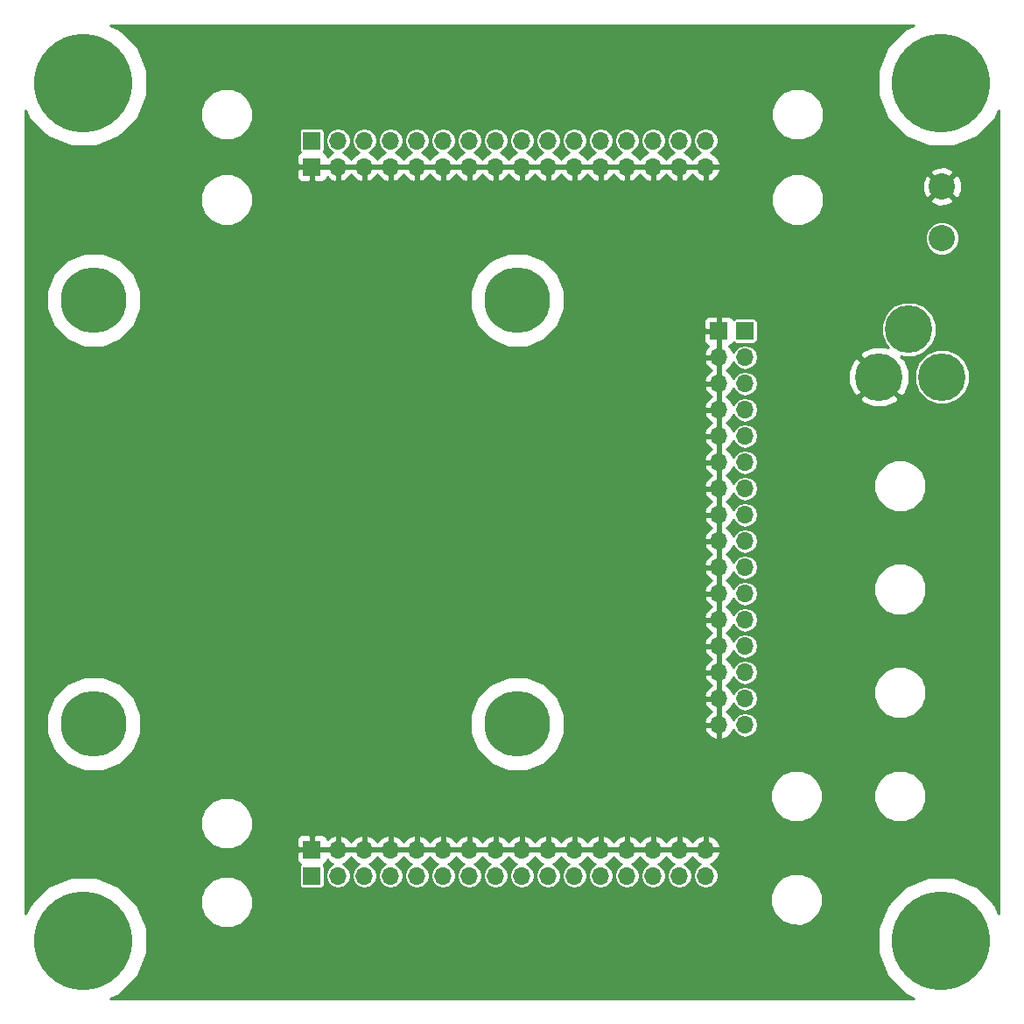
<source format=gbr>
G04 #@! TF.FileFunction,Copper,L1,Top,Signal*
%FSLAX46Y46*%
G04 Gerber Fmt 4.6, Leading zero omitted, Abs format (unit mm)*
G04 Created by KiCad (PCBNEW (after 2015-mar-04 BZR unknown)-product) date 6/8/2017 2:28:37 PM*
%MOMM*%
G01*
G04 APERTURE LIST*
%ADD10C,0.150000*%
%ADD11C,9.525000*%
%ADD12C,6.350000*%
%ADD13R,1.700000X1.700000*%
%ADD14O,1.700000X1.700000*%
%ADD15C,2.540000*%
%ADD16C,4.600000*%
%ADD17C,0.254000*%
G04 APERTURE END LIST*
D10*
D11*
X16000000Y-16000000D03*
X99000000Y-16000000D03*
X16000000Y-99000000D03*
X99000000Y-99000000D03*
D12*
X17000000Y-37000000D03*
X58000000Y-37000000D03*
X17000000Y-78000000D03*
X58000000Y-78000000D03*
D13*
X38100000Y-24130000D03*
D14*
X40640000Y-24130000D03*
X43180000Y-24130000D03*
X45720000Y-24130000D03*
X48260000Y-24130000D03*
X50800000Y-24130000D03*
X53340000Y-24130000D03*
X55880000Y-24130000D03*
X58420000Y-24130000D03*
X60960000Y-24130000D03*
X63500000Y-24130000D03*
X66040000Y-24130000D03*
X68580000Y-24130000D03*
X71120000Y-24130000D03*
X73660000Y-24130000D03*
X76200000Y-24130000D03*
D13*
X38100000Y-21590000D03*
D14*
X40640000Y-21590000D03*
X43180000Y-21590000D03*
X45720000Y-21590000D03*
X48260000Y-21590000D03*
X50800000Y-21590000D03*
X53340000Y-21590000D03*
X55880000Y-21590000D03*
X58420000Y-21590000D03*
X60960000Y-21590000D03*
X63500000Y-21590000D03*
X66040000Y-21590000D03*
X68580000Y-21590000D03*
X71120000Y-21590000D03*
X73660000Y-21590000D03*
X76200000Y-21590000D03*
D13*
X38100000Y-90170000D03*
D14*
X40640000Y-90170000D03*
X43180000Y-90170000D03*
X45720000Y-90170000D03*
X48260000Y-90170000D03*
X50800000Y-90170000D03*
X53340000Y-90170000D03*
X55880000Y-90170000D03*
X58420000Y-90170000D03*
X60960000Y-90170000D03*
X63500000Y-90170000D03*
X66040000Y-90170000D03*
X68580000Y-90170000D03*
X71120000Y-90170000D03*
X73660000Y-90170000D03*
X76200000Y-90170000D03*
D13*
X38100000Y-92710000D03*
D14*
X40640000Y-92710000D03*
X43180000Y-92710000D03*
X45720000Y-92710000D03*
X48260000Y-92710000D03*
X50800000Y-92710000D03*
X53340000Y-92710000D03*
X55880000Y-92710000D03*
X58420000Y-92710000D03*
X60960000Y-92710000D03*
X63500000Y-92710000D03*
X66040000Y-92710000D03*
X68580000Y-92710000D03*
X71120000Y-92710000D03*
X73660000Y-92710000D03*
X76200000Y-92710000D03*
D13*
X77470000Y-40005000D03*
D14*
X77470000Y-42545000D03*
X77470000Y-45085000D03*
X77470000Y-47625000D03*
X77470000Y-50165000D03*
X77470000Y-52705000D03*
X77470000Y-55245000D03*
X77470000Y-57785000D03*
X77470000Y-60325000D03*
X77470000Y-62865000D03*
X77470000Y-65405000D03*
X77470000Y-67945000D03*
X77470000Y-70485000D03*
X77470000Y-73025000D03*
X77470000Y-75565000D03*
X77470000Y-78105000D03*
D13*
X80010000Y-40005000D03*
D14*
X80010000Y-42545000D03*
X80010000Y-45085000D03*
X80010000Y-47625000D03*
X80010000Y-50165000D03*
X80010000Y-52705000D03*
X80010000Y-55245000D03*
X80010000Y-57785000D03*
X80010000Y-60325000D03*
X80010000Y-62865000D03*
X80010000Y-65405000D03*
X80010000Y-67945000D03*
X80010000Y-70485000D03*
X80010000Y-73025000D03*
X80010000Y-75565000D03*
X80010000Y-78105000D03*
D15*
X99060000Y-26035000D03*
X99060000Y-31035000D03*
D16*
X99060000Y-44450000D03*
X92960000Y-44450000D03*
X95860000Y-39850000D03*
D17*
G36*
X104569000Y-96348473D02*
X104224815Y-95515482D01*
X102493632Y-93781275D01*
X101741464Y-93468947D01*
X101741464Y-43919056D01*
X101334167Y-42933319D01*
X100974261Y-42572784D01*
X100974261Y-26363964D01*
X100954436Y-25606368D01*
X100702657Y-24998520D01*
X100407777Y-24866828D01*
X100228172Y-25046433D01*
X100228172Y-24687223D01*
X100096480Y-24392343D01*
X99388964Y-24120739D01*
X98631368Y-24140564D01*
X98023520Y-24392343D01*
X97891828Y-24687223D01*
X99060000Y-25855395D01*
X100228172Y-24687223D01*
X100228172Y-25046433D01*
X99239605Y-26035000D01*
X100407777Y-27203172D01*
X100702657Y-27071480D01*
X100974261Y-26363964D01*
X100974261Y-42572784D01*
X100711286Y-42309350D01*
X100711286Y-30708037D01*
X100460466Y-30101005D01*
X100228172Y-29868305D01*
X100228172Y-27382777D01*
X99060000Y-26214605D01*
X98880395Y-26394210D01*
X98880395Y-26035000D01*
X97712223Y-24866828D01*
X97417343Y-24998520D01*
X97145739Y-25706036D01*
X97165564Y-26463632D01*
X97417343Y-27071480D01*
X97712223Y-27203172D01*
X98880395Y-26035000D01*
X98880395Y-26394210D01*
X97891828Y-27382777D01*
X98023520Y-27677657D01*
X98731036Y-27949261D01*
X99488632Y-27929436D01*
X100096480Y-27677657D01*
X100228172Y-27382777D01*
X100228172Y-29868305D01*
X99996437Y-29636166D01*
X99389845Y-29384287D01*
X98733037Y-29383714D01*
X98126005Y-29634534D01*
X97661166Y-30098563D01*
X97409287Y-30705155D01*
X97408714Y-31361963D01*
X97659534Y-31968995D01*
X98123563Y-32433834D01*
X98730155Y-32685713D01*
X99386963Y-32686286D01*
X99993995Y-32435466D01*
X100458834Y-31971437D01*
X100710713Y-31364845D01*
X100711286Y-30708037D01*
X100711286Y-42309350D01*
X100580647Y-42178484D01*
X99595623Y-41769466D01*
X98541464Y-41768546D01*
X98541464Y-39319056D01*
X98134167Y-38333319D01*
X97380647Y-37578484D01*
X96395623Y-37169466D01*
X95329056Y-37168536D01*
X94343319Y-37575833D01*
X93588484Y-38329353D01*
X93179466Y-39314377D01*
X93178536Y-40380944D01*
X93585833Y-41366681D01*
X93869234Y-41650576D01*
X93534464Y-41513157D01*
X92366855Y-41516873D01*
X91305383Y-41956549D01*
X91048052Y-42358447D01*
X92960000Y-44270395D01*
X92974142Y-44256252D01*
X93153747Y-44435857D01*
X93139605Y-44450000D01*
X95051553Y-46361948D01*
X95453451Y-46104617D01*
X95896843Y-45024464D01*
X95893127Y-43856855D01*
X95453451Y-42795383D01*
X95051554Y-42538053D01*
X95136915Y-42452692D01*
X95324377Y-42530534D01*
X96390944Y-42531464D01*
X97376681Y-42124167D01*
X98131516Y-41370647D01*
X98540534Y-40385623D01*
X98541464Y-39319056D01*
X98541464Y-41768546D01*
X98529056Y-41768536D01*
X97543319Y-42175833D01*
X96788484Y-42929353D01*
X96379466Y-43914377D01*
X96378536Y-44980944D01*
X96785833Y-45966681D01*
X97539353Y-46721516D01*
X98524377Y-47130534D01*
X99590944Y-47131464D01*
X100576681Y-46724167D01*
X101331516Y-45970647D01*
X101740534Y-44985623D01*
X101741464Y-43919056D01*
X101741464Y-93468947D01*
X100230575Y-92841571D01*
X97780175Y-92839433D01*
X97531438Y-92942209D01*
X97531438Y-84498762D01*
X97531438Y-74498762D01*
X97531438Y-64498762D01*
X97531438Y-54498762D01*
X97146928Y-53568177D01*
X96435568Y-52855574D01*
X95896843Y-52631875D01*
X95505656Y-52469441D01*
X94871948Y-52468887D01*
X94871948Y-46541553D01*
X92960000Y-44629605D01*
X92780395Y-44809210D01*
X92780395Y-44450000D01*
X90868447Y-42538052D01*
X90466549Y-42795383D01*
X90023157Y-43875536D01*
X90026873Y-45043145D01*
X90466549Y-46104617D01*
X90868447Y-46361948D01*
X92780395Y-44450000D01*
X92780395Y-44809210D01*
X91048052Y-46541553D01*
X91305383Y-46943451D01*
X92385536Y-47386843D01*
X93553145Y-47383127D01*
X94614617Y-46943451D01*
X94871948Y-46541553D01*
X94871948Y-52468887D01*
X94498762Y-52468562D01*
X93568177Y-52853072D01*
X92855574Y-53564432D01*
X92469441Y-54494344D01*
X92468562Y-55501238D01*
X92853072Y-56431823D01*
X93564432Y-57144426D01*
X94494344Y-57530559D01*
X95501238Y-57531438D01*
X96431823Y-57146928D01*
X97144426Y-56435568D01*
X97530559Y-55505656D01*
X97531438Y-54498762D01*
X97531438Y-64498762D01*
X97146928Y-63568177D01*
X96435568Y-62855574D01*
X95505656Y-62469441D01*
X94498762Y-62468562D01*
X93568177Y-62853072D01*
X92855574Y-63564432D01*
X92469441Y-64494344D01*
X92468562Y-65501238D01*
X92853072Y-66431823D01*
X93564432Y-67144426D01*
X94494344Y-67530559D01*
X95501238Y-67531438D01*
X96431823Y-67146928D01*
X97144426Y-66435568D01*
X97530559Y-65505656D01*
X97531438Y-64498762D01*
X97531438Y-74498762D01*
X97146928Y-73568177D01*
X96435568Y-72855574D01*
X95505656Y-72469441D01*
X94498762Y-72468562D01*
X93568177Y-72853072D01*
X92855574Y-73564432D01*
X92469441Y-74494344D01*
X92468562Y-75501238D01*
X92853072Y-76431823D01*
X93564432Y-77144426D01*
X94494344Y-77530559D01*
X95501238Y-77531438D01*
X96431823Y-77146928D01*
X97144426Y-76435568D01*
X97530559Y-75505656D01*
X97531438Y-74498762D01*
X97531438Y-84498762D01*
X97146928Y-83568177D01*
X96435568Y-82855574D01*
X95505656Y-82469441D01*
X94498762Y-82468562D01*
X93568177Y-82853072D01*
X92855574Y-83564432D01*
X92469441Y-84494344D01*
X92468562Y-85501238D01*
X92853072Y-86431823D01*
X93564432Y-87144426D01*
X94494344Y-87530559D01*
X95501238Y-87531438D01*
X96431823Y-87146928D01*
X97144426Y-86435568D01*
X97530559Y-85505656D01*
X97531438Y-84498762D01*
X97531438Y-92942209D01*
X95515482Y-93775185D01*
X93781275Y-95506368D01*
X92841571Y-97769425D01*
X92839433Y-100219825D01*
X93775185Y-102484518D01*
X95506368Y-104218725D01*
X96349923Y-104569000D01*
X87621438Y-104569000D01*
X87621438Y-26803762D01*
X87621438Y-18548762D01*
X87236928Y-17618177D01*
X86525568Y-16905574D01*
X85595656Y-16519441D01*
X84588762Y-16518562D01*
X83658177Y-16903072D01*
X82945574Y-17614432D01*
X82559441Y-18544344D01*
X82558562Y-19551238D01*
X82943072Y-20481823D01*
X83654432Y-21194426D01*
X84584344Y-21580559D01*
X85591238Y-21581438D01*
X86521823Y-21196928D01*
X87234426Y-20485568D01*
X87620559Y-19555656D01*
X87621438Y-18548762D01*
X87621438Y-26803762D01*
X87236928Y-25873177D01*
X86525568Y-25160574D01*
X85595656Y-24774441D01*
X84588762Y-24773562D01*
X83658177Y-25158072D01*
X82945574Y-25869432D01*
X82559441Y-26799344D01*
X82558562Y-27806238D01*
X82943072Y-28736823D01*
X83654432Y-29449426D01*
X84584344Y-29835559D01*
X85591238Y-29836438D01*
X86521823Y-29451928D01*
X87234426Y-28740568D01*
X87620559Y-27810656D01*
X87621438Y-26803762D01*
X87621438Y-104569000D01*
X87531438Y-104569000D01*
X87531438Y-94498762D01*
X87531438Y-84498762D01*
X87146928Y-83568177D01*
X86435568Y-82855574D01*
X85505656Y-82469441D01*
X84498762Y-82468562D01*
X83568177Y-82853072D01*
X82855574Y-83564432D01*
X82469441Y-84494344D01*
X82468562Y-85501238D01*
X82853072Y-86431823D01*
X83564432Y-87144426D01*
X84494344Y-87530559D01*
X85501238Y-87531438D01*
X86431823Y-87146928D01*
X87144426Y-86435568D01*
X87530559Y-85505656D01*
X87531438Y-84498762D01*
X87531438Y-94498762D01*
X87146928Y-93568177D01*
X86435568Y-92855574D01*
X85505656Y-92469441D01*
X84498762Y-92468562D01*
X83568177Y-92853072D01*
X82855574Y-93564432D01*
X82469441Y-94494344D01*
X82468562Y-95501238D01*
X82853072Y-96431823D01*
X83564432Y-97144426D01*
X84494344Y-97530559D01*
X85501238Y-97531438D01*
X86431823Y-97146928D01*
X87144426Y-96435568D01*
X87530559Y-95505656D01*
X87531438Y-94498762D01*
X87531438Y-104569000D01*
X81265117Y-104569000D01*
X81265117Y-78105000D01*
X81171413Y-77633917D01*
X80904565Y-77234552D01*
X80505200Y-76967704D01*
X80034117Y-76874000D01*
X79985883Y-76874000D01*
X79514800Y-76967704D01*
X79115435Y-77234552D01*
X78858212Y-77619511D01*
X78741645Y-77338076D01*
X78351358Y-76909817D01*
X78192046Y-76835000D01*
X78351358Y-76760183D01*
X78741645Y-76331924D01*
X78858212Y-76050488D01*
X79115435Y-76435448D01*
X79514800Y-76702296D01*
X79985883Y-76796000D01*
X80034117Y-76796000D01*
X80505200Y-76702296D01*
X80904565Y-76435448D01*
X81171413Y-76036083D01*
X81265117Y-75565000D01*
X81171413Y-75093917D01*
X80904565Y-74694552D01*
X80505200Y-74427704D01*
X80034117Y-74334000D01*
X79985883Y-74334000D01*
X79514800Y-74427704D01*
X79115435Y-74694552D01*
X78858212Y-75079511D01*
X78741645Y-74798076D01*
X78351358Y-74369817D01*
X78192046Y-74295000D01*
X78351358Y-74220183D01*
X78741645Y-73791924D01*
X78858212Y-73510488D01*
X79115435Y-73895448D01*
X79514800Y-74162296D01*
X79985883Y-74256000D01*
X80034117Y-74256000D01*
X80505200Y-74162296D01*
X80904565Y-73895448D01*
X81171413Y-73496083D01*
X81265117Y-73025000D01*
X81171413Y-72553917D01*
X80904565Y-72154552D01*
X80505200Y-71887704D01*
X80034117Y-71794000D01*
X79985883Y-71794000D01*
X79514800Y-71887704D01*
X79115435Y-72154552D01*
X78858212Y-72539511D01*
X78741645Y-72258076D01*
X78351358Y-71829817D01*
X78192046Y-71755000D01*
X78351358Y-71680183D01*
X78741645Y-71251924D01*
X78858212Y-70970488D01*
X79115435Y-71355448D01*
X79514800Y-71622296D01*
X79985883Y-71716000D01*
X80034117Y-71716000D01*
X80505200Y-71622296D01*
X80904565Y-71355448D01*
X81171413Y-70956083D01*
X81265117Y-70485000D01*
X81171413Y-70013917D01*
X80904565Y-69614552D01*
X80505200Y-69347704D01*
X80034117Y-69254000D01*
X79985883Y-69254000D01*
X79514800Y-69347704D01*
X79115435Y-69614552D01*
X78858212Y-69999511D01*
X78741645Y-69718076D01*
X78351358Y-69289817D01*
X78192046Y-69215000D01*
X78351358Y-69140183D01*
X78741645Y-68711924D01*
X78858212Y-68430488D01*
X79115435Y-68815448D01*
X79514800Y-69082296D01*
X79985883Y-69176000D01*
X80034117Y-69176000D01*
X80505200Y-69082296D01*
X80904565Y-68815448D01*
X81171413Y-68416083D01*
X81265117Y-67945000D01*
X81171413Y-67473917D01*
X80904565Y-67074552D01*
X80505200Y-66807704D01*
X80034117Y-66714000D01*
X79985883Y-66714000D01*
X79514800Y-66807704D01*
X79115435Y-67074552D01*
X78858212Y-67459511D01*
X78741645Y-67178076D01*
X78351358Y-66749817D01*
X78192046Y-66675000D01*
X78351358Y-66600183D01*
X78741645Y-66171924D01*
X78858212Y-65890488D01*
X79115435Y-66275448D01*
X79514800Y-66542296D01*
X79985883Y-66636000D01*
X80034117Y-66636000D01*
X80505200Y-66542296D01*
X80904565Y-66275448D01*
X81171413Y-65876083D01*
X81265117Y-65405000D01*
X81171413Y-64933917D01*
X80904565Y-64534552D01*
X80505200Y-64267704D01*
X80034117Y-64174000D01*
X79985883Y-64174000D01*
X79514800Y-64267704D01*
X79115435Y-64534552D01*
X78858212Y-64919511D01*
X78741645Y-64638076D01*
X78351358Y-64209817D01*
X78192046Y-64135000D01*
X78351358Y-64060183D01*
X78741645Y-63631924D01*
X78858212Y-63350488D01*
X79115435Y-63735448D01*
X79514800Y-64002296D01*
X79985883Y-64096000D01*
X80034117Y-64096000D01*
X80505200Y-64002296D01*
X80904565Y-63735448D01*
X81171413Y-63336083D01*
X81265117Y-62865000D01*
X81171413Y-62393917D01*
X80904565Y-61994552D01*
X80505200Y-61727704D01*
X80034117Y-61634000D01*
X79985883Y-61634000D01*
X79514800Y-61727704D01*
X79115435Y-61994552D01*
X78858212Y-62379511D01*
X78741645Y-62098076D01*
X78351358Y-61669817D01*
X78192046Y-61595000D01*
X78351358Y-61520183D01*
X78741645Y-61091924D01*
X78858212Y-60810488D01*
X79115435Y-61195448D01*
X79514800Y-61462296D01*
X79985883Y-61556000D01*
X80034117Y-61556000D01*
X80505200Y-61462296D01*
X80904565Y-61195448D01*
X81171413Y-60796083D01*
X81265117Y-60325000D01*
X81171413Y-59853917D01*
X80904565Y-59454552D01*
X80505200Y-59187704D01*
X80034117Y-59094000D01*
X79985883Y-59094000D01*
X79514800Y-59187704D01*
X79115435Y-59454552D01*
X78858212Y-59839511D01*
X78741645Y-59558076D01*
X78351358Y-59129817D01*
X78192046Y-59055000D01*
X78351358Y-58980183D01*
X78741645Y-58551924D01*
X78858212Y-58270488D01*
X79115435Y-58655448D01*
X79514800Y-58922296D01*
X79985883Y-59016000D01*
X80034117Y-59016000D01*
X80505200Y-58922296D01*
X80904565Y-58655448D01*
X81171413Y-58256083D01*
X81265117Y-57785000D01*
X81171413Y-57313917D01*
X80904565Y-56914552D01*
X80505200Y-56647704D01*
X80034117Y-56554000D01*
X79985883Y-56554000D01*
X79514800Y-56647704D01*
X79115435Y-56914552D01*
X78858212Y-57299511D01*
X78741645Y-57018076D01*
X78351358Y-56589817D01*
X78192046Y-56515000D01*
X78351358Y-56440183D01*
X78741645Y-56011924D01*
X78858212Y-55730488D01*
X79115435Y-56115448D01*
X79514800Y-56382296D01*
X79985883Y-56476000D01*
X80034117Y-56476000D01*
X80505200Y-56382296D01*
X80904565Y-56115448D01*
X81171413Y-55716083D01*
X81265117Y-55245000D01*
X81171413Y-54773917D01*
X80904565Y-54374552D01*
X80505200Y-54107704D01*
X80034117Y-54014000D01*
X79985883Y-54014000D01*
X79514800Y-54107704D01*
X79115435Y-54374552D01*
X78858212Y-54759511D01*
X78741645Y-54478076D01*
X78351358Y-54049817D01*
X78192046Y-53975000D01*
X78351358Y-53900183D01*
X78741645Y-53471924D01*
X78858212Y-53190488D01*
X79115435Y-53575448D01*
X79514800Y-53842296D01*
X79985883Y-53936000D01*
X80034117Y-53936000D01*
X80505200Y-53842296D01*
X80904565Y-53575448D01*
X81171413Y-53176083D01*
X81265117Y-52705000D01*
X81171413Y-52233917D01*
X80904565Y-51834552D01*
X80505200Y-51567704D01*
X80034117Y-51474000D01*
X79985883Y-51474000D01*
X79514800Y-51567704D01*
X79115435Y-51834552D01*
X78858212Y-52219511D01*
X78741645Y-51938076D01*
X78351358Y-51509817D01*
X78192046Y-51435000D01*
X78351358Y-51360183D01*
X78741645Y-50931924D01*
X78858212Y-50650488D01*
X79115435Y-51035448D01*
X79514800Y-51302296D01*
X79985883Y-51396000D01*
X80034117Y-51396000D01*
X80505200Y-51302296D01*
X80904565Y-51035448D01*
X81171413Y-50636083D01*
X81265117Y-50165000D01*
X81171413Y-49693917D01*
X80904565Y-49294552D01*
X80505200Y-49027704D01*
X80034117Y-48934000D01*
X79985883Y-48934000D01*
X79514800Y-49027704D01*
X79115435Y-49294552D01*
X78858212Y-49679511D01*
X78741645Y-49398076D01*
X78351358Y-48969817D01*
X78192046Y-48895000D01*
X78351358Y-48820183D01*
X78741645Y-48391924D01*
X78858212Y-48110488D01*
X79115435Y-48495448D01*
X79514800Y-48762296D01*
X79985883Y-48856000D01*
X80034117Y-48856000D01*
X80505200Y-48762296D01*
X80904565Y-48495448D01*
X81171413Y-48096083D01*
X81265117Y-47625000D01*
X81171413Y-47153917D01*
X80904565Y-46754552D01*
X80505200Y-46487704D01*
X80034117Y-46394000D01*
X79985883Y-46394000D01*
X79514800Y-46487704D01*
X79115435Y-46754552D01*
X78858212Y-47139511D01*
X78741645Y-46858076D01*
X78351358Y-46429817D01*
X78192046Y-46355000D01*
X78351358Y-46280183D01*
X78741645Y-45851924D01*
X78858212Y-45570488D01*
X79115435Y-45955448D01*
X79514800Y-46222296D01*
X79985883Y-46316000D01*
X80034117Y-46316000D01*
X80505200Y-46222296D01*
X80904565Y-45955448D01*
X81171413Y-45556083D01*
X81265117Y-45085000D01*
X81171413Y-44613917D01*
X80904565Y-44214552D01*
X80505200Y-43947704D01*
X80034117Y-43854000D01*
X79985883Y-43854000D01*
X79514800Y-43947704D01*
X79115435Y-44214552D01*
X78858212Y-44599511D01*
X78741645Y-44318076D01*
X78351358Y-43889817D01*
X78192046Y-43815000D01*
X78351358Y-43740183D01*
X78741645Y-43311924D01*
X78858212Y-43030488D01*
X79115435Y-43415448D01*
X79514800Y-43682296D01*
X79985883Y-43776000D01*
X80034117Y-43776000D01*
X80505200Y-43682296D01*
X80904565Y-43415448D01*
X81171413Y-43016083D01*
X81265117Y-42545000D01*
X81171413Y-42073917D01*
X80904565Y-41674552D01*
X80505200Y-41407704D01*
X80034117Y-41314000D01*
X79985883Y-41314000D01*
X79514800Y-41407704D01*
X79115435Y-41674552D01*
X78858212Y-42059511D01*
X78741645Y-41778076D01*
X78470122Y-41480136D01*
X78679698Y-41393327D01*
X78858327Y-41214699D01*
X78891927Y-41133579D01*
X79010216Y-41213426D01*
X79160000Y-41243464D01*
X80860000Y-41243464D01*
X81005274Y-41215278D01*
X81132956Y-41131404D01*
X81218426Y-41004784D01*
X81248464Y-40855000D01*
X81248464Y-39155000D01*
X81220278Y-39009726D01*
X81136404Y-38882044D01*
X81009784Y-38796574D01*
X80860000Y-38766536D01*
X79160000Y-38766536D01*
X79014726Y-38794722D01*
X78891591Y-38875608D01*
X78858327Y-38795301D01*
X78679698Y-38616673D01*
X78446309Y-38520000D01*
X77755750Y-38520000D01*
X77641486Y-38634264D01*
X77641486Y-24486892D01*
X77641486Y-23773108D01*
X77395183Y-23248642D01*
X76966924Y-22858355D01*
X76685488Y-22741787D01*
X77070448Y-22484565D01*
X77337296Y-22085200D01*
X77431000Y-21614117D01*
X77431000Y-21565883D01*
X77337296Y-21094800D01*
X77070448Y-20695435D01*
X76671083Y-20428587D01*
X76200000Y-20334883D01*
X75728917Y-20428587D01*
X75329552Y-20695435D01*
X75062704Y-21094800D01*
X74969000Y-21565883D01*
X74969000Y-21614117D01*
X75062704Y-22085200D01*
X75329552Y-22484565D01*
X75714511Y-22741787D01*
X75433076Y-22858355D01*
X75004817Y-23248642D01*
X74930000Y-23407953D01*
X74855183Y-23248642D01*
X74426924Y-22858355D01*
X74145488Y-22741787D01*
X74530448Y-22484565D01*
X74797296Y-22085200D01*
X74891000Y-21614117D01*
X74891000Y-21565883D01*
X74797296Y-21094800D01*
X74530448Y-20695435D01*
X74131083Y-20428587D01*
X73660000Y-20334883D01*
X73188917Y-20428587D01*
X72789552Y-20695435D01*
X72522704Y-21094800D01*
X72429000Y-21565883D01*
X72429000Y-21614117D01*
X72522704Y-22085200D01*
X72789552Y-22484565D01*
X73174511Y-22741787D01*
X72893076Y-22858355D01*
X72464817Y-23248642D01*
X72390000Y-23407953D01*
X72315183Y-23248642D01*
X71886924Y-22858355D01*
X71605488Y-22741787D01*
X71990448Y-22484565D01*
X72257296Y-22085200D01*
X72351000Y-21614117D01*
X72351000Y-21565883D01*
X72257296Y-21094800D01*
X71990448Y-20695435D01*
X71591083Y-20428587D01*
X71120000Y-20334883D01*
X70648917Y-20428587D01*
X70249552Y-20695435D01*
X69982704Y-21094800D01*
X69889000Y-21565883D01*
X69889000Y-21614117D01*
X69982704Y-22085200D01*
X70249552Y-22484565D01*
X70634511Y-22741787D01*
X70353076Y-22858355D01*
X69924817Y-23248642D01*
X69850000Y-23407953D01*
X69775183Y-23248642D01*
X69346924Y-22858355D01*
X69065488Y-22741787D01*
X69450448Y-22484565D01*
X69717296Y-22085200D01*
X69811000Y-21614117D01*
X69811000Y-21565883D01*
X69717296Y-21094800D01*
X69450448Y-20695435D01*
X69051083Y-20428587D01*
X68580000Y-20334883D01*
X68108917Y-20428587D01*
X67709552Y-20695435D01*
X67442704Y-21094800D01*
X67349000Y-21565883D01*
X67349000Y-21614117D01*
X67442704Y-22085200D01*
X67709552Y-22484565D01*
X68094511Y-22741787D01*
X67813076Y-22858355D01*
X67384817Y-23248642D01*
X67310000Y-23407953D01*
X67235183Y-23248642D01*
X66806924Y-22858355D01*
X66525488Y-22741787D01*
X66910448Y-22484565D01*
X67177296Y-22085200D01*
X67271000Y-21614117D01*
X67271000Y-21565883D01*
X67177296Y-21094800D01*
X66910448Y-20695435D01*
X66511083Y-20428587D01*
X66040000Y-20334883D01*
X65568917Y-20428587D01*
X65169552Y-20695435D01*
X64902704Y-21094800D01*
X64809000Y-21565883D01*
X64809000Y-21614117D01*
X64902704Y-22085200D01*
X65169552Y-22484565D01*
X65554511Y-22741787D01*
X65273076Y-22858355D01*
X64844817Y-23248642D01*
X64770000Y-23407953D01*
X64695183Y-23248642D01*
X64266924Y-22858355D01*
X63985488Y-22741787D01*
X64370448Y-22484565D01*
X64637296Y-22085200D01*
X64731000Y-21614117D01*
X64731000Y-21565883D01*
X64637296Y-21094800D01*
X64370448Y-20695435D01*
X63971083Y-20428587D01*
X63500000Y-20334883D01*
X63028917Y-20428587D01*
X62629552Y-20695435D01*
X62362704Y-21094800D01*
X62269000Y-21565883D01*
X62269000Y-21614117D01*
X62362704Y-22085200D01*
X62629552Y-22484565D01*
X63014511Y-22741787D01*
X62733076Y-22858355D01*
X62304817Y-23248642D01*
X62230000Y-23407953D01*
X62155183Y-23248642D01*
X61726924Y-22858355D01*
X61445488Y-22741787D01*
X61830448Y-22484565D01*
X62097296Y-22085200D01*
X62191000Y-21614117D01*
X62191000Y-21565883D01*
X62097296Y-21094800D01*
X61830448Y-20695435D01*
X61431083Y-20428587D01*
X60960000Y-20334883D01*
X60488917Y-20428587D01*
X60089552Y-20695435D01*
X59822704Y-21094800D01*
X59729000Y-21565883D01*
X59729000Y-21614117D01*
X59822704Y-22085200D01*
X60089552Y-22484565D01*
X60474511Y-22741787D01*
X60193076Y-22858355D01*
X59764817Y-23248642D01*
X59690000Y-23407953D01*
X59615183Y-23248642D01*
X59186924Y-22858355D01*
X58905488Y-22741787D01*
X59290448Y-22484565D01*
X59557296Y-22085200D01*
X59651000Y-21614117D01*
X59651000Y-21565883D01*
X59557296Y-21094800D01*
X59290448Y-20695435D01*
X58891083Y-20428587D01*
X58420000Y-20334883D01*
X57948917Y-20428587D01*
X57549552Y-20695435D01*
X57282704Y-21094800D01*
X57189000Y-21565883D01*
X57189000Y-21614117D01*
X57282704Y-22085200D01*
X57549552Y-22484565D01*
X57934511Y-22741787D01*
X57653076Y-22858355D01*
X57224817Y-23248642D01*
X57150000Y-23407953D01*
X57075183Y-23248642D01*
X56646924Y-22858355D01*
X56365488Y-22741787D01*
X56750448Y-22484565D01*
X57017296Y-22085200D01*
X57111000Y-21614117D01*
X57111000Y-21565883D01*
X57017296Y-21094800D01*
X56750448Y-20695435D01*
X56351083Y-20428587D01*
X55880000Y-20334883D01*
X55408917Y-20428587D01*
X55009552Y-20695435D01*
X54742704Y-21094800D01*
X54649000Y-21565883D01*
X54649000Y-21614117D01*
X54742704Y-22085200D01*
X55009552Y-22484565D01*
X55394511Y-22741787D01*
X55113076Y-22858355D01*
X54684817Y-23248642D01*
X54610000Y-23407953D01*
X54535183Y-23248642D01*
X54106924Y-22858355D01*
X53825488Y-22741787D01*
X54210448Y-22484565D01*
X54477296Y-22085200D01*
X54571000Y-21614117D01*
X54571000Y-21565883D01*
X54477296Y-21094800D01*
X54210448Y-20695435D01*
X53811083Y-20428587D01*
X53340000Y-20334883D01*
X52868917Y-20428587D01*
X52469552Y-20695435D01*
X52202704Y-21094800D01*
X52109000Y-21565883D01*
X52109000Y-21614117D01*
X52202704Y-22085200D01*
X52469552Y-22484565D01*
X52854511Y-22741787D01*
X52573076Y-22858355D01*
X52144817Y-23248642D01*
X52070000Y-23407953D01*
X51995183Y-23248642D01*
X51566924Y-22858355D01*
X51285488Y-22741787D01*
X51670448Y-22484565D01*
X51937296Y-22085200D01*
X52031000Y-21614117D01*
X52031000Y-21565883D01*
X51937296Y-21094800D01*
X51670448Y-20695435D01*
X51271083Y-20428587D01*
X50800000Y-20334883D01*
X50328917Y-20428587D01*
X49929552Y-20695435D01*
X49662704Y-21094800D01*
X49569000Y-21565883D01*
X49569000Y-21614117D01*
X49662704Y-22085200D01*
X49929552Y-22484565D01*
X50314511Y-22741787D01*
X50033076Y-22858355D01*
X49604817Y-23248642D01*
X49530000Y-23407953D01*
X49455183Y-23248642D01*
X49026924Y-22858355D01*
X48745488Y-22741787D01*
X49130448Y-22484565D01*
X49397296Y-22085200D01*
X49491000Y-21614117D01*
X49491000Y-21565883D01*
X49397296Y-21094800D01*
X49130448Y-20695435D01*
X48731083Y-20428587D01*
X48260000Y-20334883D01*
X47788917Y-20428587D01*
X47389552Y-20695435D01*
X47122704Y-21094800D01*
X47029000Y-21565883D01*
X47029000Y-21614117D01*
X47122704Y-22085200D01*
X47389552Y-22484565D01*
X47774511Y-22741787D01*
X47493076Y-22858355D01*
X47064817Y-23248642D01*
X46990000Y-23407953D01*
X46915183Y-23248642D01*
X46486924Y-22858355D01*
X46205488Y-22741787D01*
X46590448Y-22484565D01*
X46857296Y-22085200D01*
X46951000Y-21614117D01*
X46951000Y-21565883D01*
X46857296Y-21094800D01*
X46590448Y-20695435D01*
X46191083Y-20428587D01*
X45720000Y-20334883D01*
X45248917Y-20428587D01*
X44849552Y-20695435D01*
X44582704Y-21094800D01*
X44489000Y-21565883D01*
X44489000Y-21614117D01*
X44582704Y-22085200D01*
X44849552Y-22484565D01*
X45234511Y-22741787D01*
X44953076Y-22858355D01*
X44524817Y-23248642D01*
X44450000Y-23407953D01*
X44375183Y-23248642D01*
X43946924Y-22858355D01*
X43665488Y-22741787D01*
X44050448Y-22484565D01*
X44317296Y-22085200D01*
X44411000Y-21614117D01*
X44411000Y-21565883D01*
X44317296Y-21094800D01*
X44050448Y-20695435D01*
X43651083Y-20428587D01*
X43180000Y-20334883D01*
X42708917Y-20428587D01*
X42309552Y-20695435D01*
X42042704Y-21094800D01*
X41949000Y-21565883D01*
X41949000Y-21614117D01*
X42042704Y-22085200D01*
X42309552Y-22484565D01*
X42694511Y-22741787D01*
X42413076Y-22858355D01*
X41984817Y-23248642D01*
X41910000Y-23407953D01*
X41835183Y-23248642D01*
X41406924Y-22858355D01*
X41125488Y-22741787D01*
X41510448Y-22484565D01*
X41777296Y-22085200D01*
X41871000Y-21614117D01*
X41871000Y-21565883D01*
X41777296Y-21094800D01*
X41510448Y-20695435D01*
X41111083Y-20428587D01*
X40640000Y-20334883D01*
X40168917Y-20428587D01*
X39769552Y-20695435D01*
X39502704Y-21094800D01*
X39409000Y-21565883D01*
X39409000Y-21614117D01*
X39502704Y-22085200D01*
X39769552Y-22484565D01*
X40154511Y-22741787D01*
X39873076Y-22858355D01*
X39575136Y-23129877D01*
X39488327Y-22920302D01*
X39309699Y-22741673D01*
X39228579Y-22708072D01*
X39308426Y-22589784D01*
X39338464Y-22440000D01*
X39338464Y-20740000D01*
X39310278Y-20594726D01*
X39226404Y-20467044D01*
X39099784Y-20381574D01*
X38950000Y-20351536D01*
X37250000Y-20351536D01*
X37104726Y-20379722D01*
X36977044Y-20463596D01*
X36891574Y-20590216D01*
X36861536Y-20740000D01*
X36861536Y-22440000D01*
X36889722Y-22585274D01*
X36970608Y-22708408D01*
X36890301Y-22741673D01*
X36711673Y-22920302D01*
X36615000Y-23153691D01*
X36615000Y-23844250D01*
X36773750Y-24003000D01*
X37973000Y-24003000D01*
X37973000Y-23983000D01*
X38227000Y-23983000D01*
X38227000Y-24003000D01*
X39319181Y-24003000D01*
X39426250Y-24003000D01*
X40513000Y-24003000D01*
X40513000Y-23983000D01*
X40767000Y-23983000D01*
X40767000Y-24003000D01*
X41859181Y-24003000D01*
X41960819Y-24003000D01*
X43053000Y-24003000D01*
X43053000Y-23983000D01*
X43307000Y-23983000D01*
X43307000Y-24003000D01*
X44399181Y-24003000D01*
X44500819Y-24003000D01*
X45593000Y-24003000D01*
X45593000Y-23983000D01*
X45847000Y-23983000D01*
X45847000Y-24003000D01*
X46939181Y-24003000D01*
X47040819Y-24003000D01*
X48133000Y-24003000D01*
X48133000Y-23983000D01*
X48387000Y-23983000D01*
X48387000Y-24003000D01*
X49479181Y-24003000D01*
X49580819Y-24003000D01*
X50673000Y-24003000D01*
X50673000Y-23983000D01*
X50927000Y-23983000D01*
X50927000Y-24003000D01*
X52019181Y-24003000D01*
X52120819Y-24003000D01*
X53213000Y-24003000D01*
X53213000Y-23983000D01*
X53467000Y-23983000D01*
X53467000Y-24003000D01*
X54559181Y-24003000D01*
X54660819Y-24003000D01*
X55753000Y-24003000D01*
X55753000Y-23983000D01*
X56007000Y-23983000D01*
X56007000Y-24003000D01*
X57099181Y-24003000D01*
X57200819Y-24003000D01*
X58293000Y-24003000D01*
X58293000Y-23983000D01*
X58547000Y-23983000D01*
X58547000Y-24003000D01*
X59639181Y-24003000D01*
X59740819Y-24003000D01*
X60833000Y-24003000D01*
X60833000Y-23983000D01*
X61087000Y-23983000D01*
X61087000Y-24003000D01*
X62179181Y-24003000D01*
X62280819Y-24003000D01*
X63373000Y-24003000D01*
X63373000Y-23983000D01*
X63627000Y-23983000D01*
X63627000Y-24003000D01*
X64719181Y-24003000D01*
X64820819Y-24003000D01*
X65913000Y-24003000D01*
X65913000Y-23983000D01*
X66167000Y-23983000D01*
X66167000Y-24003000D01*
X67259181Y-24003000D01*
X67360819Y-24003000D01*
X68453000Y-24003000D01*
X68453000Y-23983000D01*
X68707000Y-23983000D01*
X68707000Y-24003000D01*
X69799181Y-24003000D01*
X69900819Y-24003000D01*
X70993000Y-24003000D01*
X70993000Y-23983000D01*
X71247000Y-23983000D01*
X71247000Y-24003000D01*
X72339181Y-24003000D01*
X72440819Y-24003000D01*
X73533000Y-24003000D01*
X73533000Y-23983000D01*
X73787000Y-23983000D01*
X73787000Y-24003000D01*
X74879181Y-24003000D01*
X74980819Y-24003000D01*
X76073000Y-24003000D01*
X76073000Y-23983000D01*
X76327000Y-23983000D01*
X76327000Y-24003000D01*
X77520819Y-24003000D01*
X77641486Y-23773108D01*
X77641486Y-24486892D01*
X77520819Y-24257000D01*
X76327000Y-24257000D01*
X76327000Y-25450155D01*
X76556890Y-25571476D01*
X76966924Y-25401645D01*
X77395183Y-25011358D01*
X77641486Y-24486892D01*
X77641486Y-38634264D01*
X77597000Y-38678750D01*
X77597000Y-39878000D01*
X77617000Y-39878000D01*
X77617000Y-40132000D01*
X77597000Y-40132000D01*
X77597000Y-41224181D01*
X77597000Y-41331250D01*
X77597000Y-42418000D01*
X77617000Y-42418000D01*
X77617000Y-42672000D01*
X77597000Y-42672000D01*
X77597000Y-43764181D01*
X77597000Y-43865819D01*
X77597000Y-44958000D01*
X77617000Y-44958000D01*
X77617000Y-45212000D01*
X77597000Y-45212000D01*
X77597000Y-46304181D01*
X77597000Y-46405819D01*
X77597000Y-47498000D01*
X77617000Y-47498000D01*
X77617000Y-47752000D01*
X77597000Y-47752000D01*
X77597000Y-48844181D01*
X77597000Y-48945819D01*
X77597000Y-50038000D01*
X77617000Y-50038000D01*
X77617000Y-50292000D01*
X77597000Y-50292000D01*
X77597000Y-51384181D01*
X77597000Y-51485819D01*
X77597000Y-52578000D01*
X77617000Y-52578000D01*
X77617000Y-52832000D01*
X77597000Y-52832000D01*
X77597000Y-53924181D01*
X77597000Y-54025819D01*
X77597000Y-55118000D01*
X77617000Y-55118000D01*
X77617000Y-55372000D01*
X77597000Y-55372000D01*
X77597000Y-56464181D01*
X77597000Y-56565819D01*
X77597000Y-57658000D01*
X77617000Y-57658000D01*
X77617000Y-57912000D01*
X77597000Y-57912000D01*
X77597000Y-59004181D01*
X77597000Y-59105819D01*
X77597000Y-60198000D01*
X77617000Y-60198000D01*
X77617000Y-60452000D01*
X77597000Y-60452000D01*
X77597000Y-61544181D01*
X77597000Y-61645819D01*
X77597000Y-62738000D01*
X77617000Y-62738000D01*
X77617000Y-62992000D01*
X77597000Y-62992000D01*
X77597000Y-64084181D01*
X77597000Y-64185819D01*
X77597000Y-65278000D01*
X77617000Y-65278000D01*
X77617000Y-65532000D01*
X77597000Y-65532000D01*
X77597000Y-66624181D01*
X77597000Y-66725819D01*
X77597000Y-67818000D01*
X77617000Y-67818000D01*
X77617000Y-68072000D01*
X77597000Y-68072000D01*
X77597000Y-69164181D01*
X77597000Y-69265819D01*
X77597000Y-70358000D01*
X77617000Y-70358000D01*
X77617000Y-70612000D01*
X77597000Y-70612000D01*
X77597000Y-71704181D01*
X77597000Y-71805819D01*
X77597000Y-72898000D01*
X77617000Y-72898000D01*
X77617000Y-73152000D01*
X77597000Y-73152000D01*
X77597000Y-74244181D01*
X77597000Y-74345819D01*
X77597000Y-75438000D01*
X77617000Y-75438000D01*
X77617000Y-75692000D01*
X77597000Y-75692000D01*
X77597000Y-76784181D01*
X77597000Y-76885819D01*
X77597000Y-77978000D01*
X77617000Y-77978000D01*
X77617000Y-78232000D01*
X77597000Y-78232000D01*
X77597000Y-79425819D01*
X77826892Y-79546486D01*
X78351358Y-79300183D01*
X78741645Y-78871924D01*
X78858212Y-78590488D01*
X79115435Y-78975448D01*
X79514800Y-79242296D01*
X79985883Y-79336000D01*
X80034117Y-79336000D01*
X80505200Y-79242296D01*
X80904565Y-78975448D01*
X81171413Y-78576083D01*
X81265117Y-78105000D01*
X81265117Y-104569000D01*
X77641486Y-104569000D01*
X77641486Y-90526892D01*
X77641486Y-89813108D01*
X77395183Y-89288642D01*
X77343000Y-89241085D01*
X77343000Y-79425819D01*
X77343000Y-78232000D01*
X77343000Y-77978000D01*
X77343000Y-76885819D01*
X77343000Y-76784181D01*
X77343000Y-75692000D01*
X77343000Y-75438000D01*
X77343000Y-74345819D01*
X77343000Y-74244181D01*
X77343000Y-73152000D01*
X77343000Y-72898000D01*
X77343000Y-71805819D01*
X77343000Y-71704181D01*
X77343000Y-70612000D01*
X77343000Y-70358000D01*
X77343000Y-69265819D01*
X77343000Y-69164181D01*
X77343000Y-68072000D01*
X77343000Y-67818000D01*
X77343000Y-66725819D01*
X77343000Y-66624181D01*
X77343000Y-65532000D01*
X77343000Y-65278000D01*
X77343000Y-64185819D01*
X77343000Y-64084181D01*
X77343000Y-62992000D01*
X77343000Y-62738000D01*
X77343000Y-61645819D01*
X77343000Y-61544181D01*
X77343000Y-60452000D01*
X77343000Y-60198000D01*
X77343000Y-59105819D01*
X77343000Y-59004181D01*
X77343000Y-57912000D01*
X77343000Y-57658000D01*
X77343000Y-56565819D01*
X77343000Y-56464181D01*
X77343000Y-55372000D01*
X77343000Y-55118000D01*
X77343000Y-54025819D01*
X77343000Y-53924181D01*
X77343000Y-52832000D01*
X77343000Y-52578000D01*
X77343000Y-51485819D01*
X77343000Y-51384181D01*
X77343000Y-50292000D01*
X77343000Y-50038000D01*
X77343000Y-48945819D01*
X77343000Y-48844181D01*
X77343000Y-47752000D01*
X77343000Y-47498000D01*
X77343000Y-46405819D01*
X77343000Y-46304181D01*
X77343000Y-45212000D01*
X77343000Y-44958000D01*
X77343000Y-43865819D01*
X77343000Y-43764181D01*
X77343000Y-42672000D01*
X77343000Y-42418000D01*
X77343000Y-41331250D01*
X77343000Y-41224181D01*
X77343000Y-40132000D01*
X77343000Y-39878000D01*
X77343000Y-38678750D01*
X77184250Y-38520000D01*
X76493691Y-38520000D01*
X76260302Y-38616673D01*
X76081673Y-38795301D01*
X76073000Y-38816239D01*
X76073000Y-25450155D01*
X76073000Y-24257000D01*
X74980819Y-24257000D01*
X74879181Y-24257000D01*
X73787000Y-24257000D01*
X73787000Y-25450155D01*
X74016890Y-25571476D01*
X74426924Y-25401645D01*
X74855183Y-25011358D01*
X74930000Y-24852046D01*
X75004817Y-25011358D01*
X75433076Y-25401645D01*
X75843110Y-25571476D01*
X76073000Y-25450155D01*
X76073000Y-38816239D01*
X75985000Y-39028690D01*
X75985000Y-39281309D01*
X75985000Y-39719250D01*
X76143750Y-39878000D01*
X77343000Y-39878000D01*
X77343000Y-40132000D01*
X76143750Y-40132000D01*
X75985000Y-40290750D01*
X75985000Y-40728691D01*
X75985000Y-40981310D01*
X76081673Y-41214699D01*
X76260302Y-41393327D01*
X76469877Y-41480136D01*
X76198355Y-41778076D01*
X76028524Y-42188110D01*
X76149845Y-42418000D01*
X77343000Y-42418000D01*
X77343000Y-42672000D01*
X76149845Y-42672000D01*
X76028524Y-42901890D01*
X76198355Y-43311924D01*
X76588642Y-43740183D01*
X76747953Y-43815000D01*
X76588642Y-43889817D01*
X76198355Y-44318076D01*
X76028524Y-44728110D01*
X76149845Y-44958000D01*
X77343000Y-44958000D01*
X77343000Y-45212000D01*
X76149845Y-45212000D01*
X76028524Y-45441890D01*
X76198355Y-45851924D01*
X76588642Y-46280183D01*
X76747953Y-46355000D01*
X76588642Y-46429817D01*
X76198355Y-46858076D01*
X76028524Y-47268110D01*
X76149845Y-47498000D01*
X77343000Y-47498000D01*
X77343000Y-47752000D01*
X76149845Y-47752000D01*
X76028524Y-47981890D01*
X76198355Y-48391924D01*
X76588642Y-48820183D01*
X76747953Y-48895000D01*
X76588642Y-48969817D01*
X76198355Y-49398076D01*
X76028524Y-49808110D01*
X76149845Y-50038000D01*
X77343000Y-50038000D01*
X77343000Y-50292000D01*
X76149845Y-50292000D01*
X76028524Y-50521890D01*
X76198355Y-50931924D01*
X76588642Y-51360183D01*
X76747953Y-51435000D01*
X76588642Y-51509817D01*
X76198355Y-51938076D01*
X76028524Y-52348110D01*
X76149845Y-52578000D01*
X77343000Y-52578000D01*
X77343000Y-52832000D01*
X76149845Y-52832000D01*
X76028524Y-53061890D01*
X76198355Y-53471924D01*
X76588642Y-53900183D01*
X76747953Y-53975000D01*
X76588642Y-54049817D01*
X76198355Y-54478076D01*
X76028524Y-54888110D01*
X76149845Y-55118000D01*
X77343000Y-55118000D01*
X77343000Y-55372000D01*
X76149845Y-55372000D01*
X76028524Y-55601890D01*
X76198355Y-56011924D01*
X76588642Y-56440183D01*
X76747953Y-56515000D01*
X76588642Y-56589817D01*
X76198355Y-57018076D01*
X76028524Y-57428110D01*
X76149845Y-57658000D01*
X77343000Y-57658000D01*
X77343000Y-57912000D01*
X76149845Y-57912000D01*
X76028524Y-58141890D01*
X76198355Y-58551924D01*
X76588642Y-58980183D01*
X76747953Y-59055000D01*
X76588642Y-59129817D01*
X76198355Y-59558076D01*
X76028524Y-59968110D01*
X76149845Y-60198000D01*
X77343000Y-60198000D01*
X77343000Y-60452000D01*
X76149845Y-60452000D01*
X76028524Y-60681890D01*
X76198355Y-61091924D01*
X76588642Y-61520183D01*
X76747953Y-61595000D01*
X76588642Y-61669817D01*
X76198355Y-62098076D01*
X76028524Y-62508110D01*
X76149845Y-62738000D01*
X77343000Y-62738000D01*
X77343000Y-62992000D01*
X76149845Y-62992000D01*
X76028524Y-63221890D01*
X76198355Y-63631924D01*
X76588642Y-64060183D01*
X76747953Y-64135000D01*
X76588642Y-64209817D01*
X76198355Y-64638076D01*
X76028524Y-65048110D01*
X76149845Y-65278000D01*
X77343000Y-65278000D01*
X77343000Y-65532000D01*
X76149845Y-65532000D01*
X76028524Y-65761890D01*
X76198355Y-66171924D01*
X76588642Y-66600183D01*
X76747953Y-66675000D01*
X76588642Y-66749817D01*
X76198355Y-67178076D01*
X76028524Y-67588110D01*
X76149845Y-67818000D01*
X77343000Y-67818000D01*
X77343000Y-68072000D01*
X76149845Y-68072000D01*
X76028524Y-68301890D01*
X76198355Y-68711924D01*
X76588642Y-69140183D01*
X76747953Y-69215000D01*
X76588642Y-69289817D01*
X76198355Y-69718076D01*
X76028524Y-70128110D01*
X76149845Y-70358000D01*
X77343000Y-70358000D01*
X77343000Y-70612000D01*
X76149845Y-70612000D01*
X76028524Y-70841890D01*
X76198355Y-71251924D01*
X76588642Y-71680183D01*
X76747953Y-71755000D01*
X76588642Y-71829817D01*
X76198355Y-72258076D01*
X76028524Y-72668110D01*
X76149845Y-72898000D01*
X77343000Y-72898000D01*
X77343000Y-73152000D01*
X76149845Y-73152000D01*
X76028524Y-73381890D01*
X76198355Y-73791924D01*
X76588642Y-74220183D01*
X76747953Y-74295000D01*
X76588642Y-74369817D01*
X76198355Y-74798076D01*
X76028524Y-75208110D01*
X76149845Y-75438000D01*
X77343000Y-75438000D01*
X77343000Y-75692000D01*
X76149845Y-75692000D01*
X76028524Y-75921890D01*
X76198355Y-76331924D01*
X76588642Y-76760183D01*
X76747953Y-76835000D01*
X76588642Y-76909817D01*
X76198355Y-77338076D01*
X76028524Y-77748110D01*
X76149845Y-77978000D01*
X77343000Y-77978000D01*
X77343000Y-78232000D01*
X76149845Y-78232000D01*
X76028524Y-78461890D01*
X76198355Y-78871924D01*
X76588642Y-79300183D01*
X77113108Y-79546486D01*
X77343000Y-79425819D01*
X77343000Y-89241085D01*
X76966924Y-88898355D01*
X76556890Y-88728524D01*
X76327000Y-88849845D01*
X76327000Y-90043000D01*
X77520819Y-90043000D01*
X77641486Y-89813108D01*
X77641486Y-90526892D01*
X77520819Y-90297000D01*
X76327000Y-90297000D01*
X76327000Y-90317000D01*
X76073000Y-90317000D01*
X76073000Y-90297000D01*
X76073000Y-90043000D01*
X76073000Y-88849845D01*
X75843110Y-88728524D01*
X75433076Y-88898355D01*
X75004817Y-89288642D01*
X74930000Y-89447953D01*
X74855183Y-89288642D01*
X74426924Y-88898355D01*
X74016890Y-88728524D01*
X73787000Y-88849845D01*
X73787000Y-90043000D01*
X74879181Y-90043000D01*
X74980819Y-90043000D01*
X76073000Y-90043000D01*
X76073000Y-90297000D01*
X74980819Y-90297000D01*
X74879181Y-90297000D01*
X73787000Y-90297000D01*
X73787000Y-90317000D01*
X73533000Y-90317000D01*
X73533000Y-90297000D01*
X73533000Y-90043000D01*
X73533000Y-88849845D01*
X73533000Y-25450155D01*
X73533000Y-24257000D01*
X72440819Y-24257000D01*
X72339181Y-24257000D01*
X71247000Y-24257000D01*
X71247000Y-25450155D01*
X71476890Y-25571476D01*
X71886924Y-25401645D01*
X72315183Y-25011358D01*
X72390000Y-24852046D01*
X72464817Y-25011358D01*
X72893076Y-25401645D01*
X73303110Y-25571476D01*
X73533000Y-25450155D01*
X73533000Y-88849845D01*
X73303110Y-88728524D01*
X72893076Y-88898355D01*
X72464817Y-89288642D01*
X72390000Y-89447953D01*
X72315183Y-89288642D01*
X71886924Y-88898355D01*
X71476890Y-88728524D01*
X71247000Y-88849845D01*
X71247000Y-90043000D01*
X72339181Y-90043000D01*
X72440819Y-90043000D01*
X73533000Y-90043000D01*
X73533000Y-90297000D01*
X72440819Y-90297000D01*
X72339181Y-90297000D01*
X71247000Y-90297000D01*
X71247000Y-90317000D01*
X70993000Y-90317000D01*
X70993000Y-90297000D01*
X70993000Y-90043000D01*
X70993000Y-88849845D01*
X70993000Y-25450155D01*
X70993000Y-24257000D01*
X69900819Y-24257000D01*
X69799181Y-24257000D01*
X68707000Y-24257000D01*
X68707000Y-25450155D01*
X68936890Y-25571476D01*
X69346924Y-25401645D01*
X69775183Y-25011358D01*
X69850000Y-24852046D01*
X69924817Y-25011358D01*
X70353076Y-25401645D01*
X70763110Y-25571476D01*
X70993000Y-25450155D01*
X70993000Y-88849845D01*
X70763110Y-88728524D01*
X70353076Y-88898355D01*
X69924817Y-89288642D01*
X69850000Y-89447953D01*
X69775183Y-89288642D01*
X69346924Y-88898355D01*
X68936890Y-88728524D01*
X68707000Y-88849845D01*
X68707000Y-90043000D01*
X69799181Y-90043000D01*
X69900819Y-90043000D01*
X70993000Y-90043000D01*
X70993000Y-90297000D01*
X69900819Y-90297000D01*
X69799181Y-90297000D01*
X68707000Y-90297000D01*
X68707000Y-90317000D01*
X68453000Y-90317000D01*
X68453000Y-90297000D01*
X68453000Y-90043000D01*
X68453000Y-88849845D01*
X68453000Y-25450155D01*
X68453000Y-24257000D01*
X67360819Y-24257000D01*
X67259181Y-24257000D01*
X66167000Y-24257000D01*
X66167000Y-25450155D01*
X66396890Y-25571476D01*
X66806924Y-25401645D01*
X67235183Y-25011358D01*
X67310000Y-24852046D01*
X67384817Y-25011358D01*
X67813076Y-25401645D01*
X68223110Y-25571476D01*
X68453000Y-25450155D01*
X68453000Y-88849845D01*
X68223110Y-88728524D01*
X67813076Y-88898355D01*
X67384817Y-89288642D01*
X67310000Y-89447953D01*
X67235183Y-89288642D01*
X66806924Y-88898355D01*
X66396890Y-88728524D01*
X66167000Y-88849845D01*
X66167000Y-90043000D01*
X67259181Y-90043000D01*
X67360819Y-90043000D01*
X68453000Y-90043000D01*
X68453000Y-90297000D01*
X67360819Y-90297000D01*
X67259181Y-90297000D01*
X66167000Y-90297000D01*
X66167000Y-90317000D01*
X65913000Y-90317000D01*
X65913000Y-90297000D01*
X65913000Y-90043000D01*
X65913000Y-88849845D01*
X65913000Y-25450155D01*
X65913000Y-24257000D01*
X64820819Y-24257000D01*
X64719181Y-24257000D01*
X63627000Y-24257000D01*
X63627000Y-25450155D01*
X63856890Y-25571476D01*
X64266924Y-25401645D01*
X64695183Y-25011358D01*
X64770000Y-24852046D01*
X64844817Y-25011358D01*
X65273076Y-25401645D01*
X65683110Y-25571476D01*
X65913000Y-25450155D01*
X65913000Y-88849845D01*
X65683110Y-88728524D01*
X65273076Y-88898355D01*
X64844817Y-89288642D01*
X64770000Y-89447953D01*
X64695183Y-89288642D01*
X64266924Y-88898355D01*
X63856890Y-88728524D01*
X63627000Y-88849845D01*
X63627000Y-90043000D01*
X64719181Y-90043000D01*
X64820819Y-90043000D01*
X65913000Y-90043000D01*
X65913000Y-90297000D01*
X64820819Y-90297000D01*
X64719181Y-90297000D01*
X63627000Y-90297000D01*
X63627000Y-90317000D01*
X63373000Y-90317000D01*
X63373000Y-90297000D01*
X63373000Y-90043000D01*
X63373000Y-88849845D01*
X63373000Y-25450155D01*
X63373000Y-24257000D01*
X62280819Y-24257000D01*
X62179181Y-24257000D01*
X61087000Y-24257000D01*
X61087000Y-25450155D01*
X61316890Y-25571476D01*
X61726924Y-25401645D01*
X62155183Y-25011358D01*
X62230000Y-24852046D01*
X62304817Y-25011358D01*
X62733076Y-25401645D01*
X63143110Y-25571476D01*
X63373000Y-25450155D01*
X63373000Y-88849845D01*
X63143110Y-88728524D01*
X62733076Y-88898355D01*
X62572792Y-89044427D01*
X62572792Y-77094563D01*
X62572792Y-36094563D01*
X61878213Y-34413553D01*
X60833000Y-33366513D01*
X60833000Y-25450155D01*
X60833000Y-24257000D01*
X59740819Y-24257000D01*
X59639181Y-24257000D01*
X58547000Y-24257000D01*
X58547000Y-25450155D01*
X58776890Y-25571476D01*
X59186924Y-25401645D01*
X59615183Y-25011358D01*
X59690000Y-24852046D01*
X59764817Y-25011358D01*
X60193076Y-25401645D01*
X60603110Y-25571476D01*
X60833000Y-25450155D01*
X60833000Y-33366513D01*
X60593212Y-33126307D01*
X58913417Y-32428795D01*
X58293000Y-32428253D01*
X58293000Y-25450155D01*
X58293000Y-24257000D01*
X57200819Y-24257000D01*
X57099181Y-24257000D01*
X56007000Y-24257000D01*
X56007000Y-25450155D01*
X56236890Y-25571476D01*
X56646924Y-25401645D01*
X57075183Y-25011358D01*
X57150000Y-24852046D01*
X57224817Y-25011358D01*
X57653076Y-25401645D01*
X58063110Y-25571476D01*
X58293000Y-25450155D01*
X58293000Y-32428253D01*
X57094563Y-32427208D01*
X55753000Y-32981530D01*
X55753000Y-25450155D01*
X55753000Y-24257000D01*
X54660819Y-24257000D01*
X54559181Y-24257000D01*
X53467000Y-24257000D01*
X53467000Y-25450155D01*
X53696890Y-25571476D01*
X54106924Y-25401645D01*
X54535183Y-25011358D01*
X54610000Y-24852046D01*
X54684817Y-25011358D01*
X55113076Y-25401645D01*
X55523110Y-25571476D01*
X55753000Y-25450155D01*
X55753000Y-32981530D01*
X55413553Y-33121787D01*
X54126307Y-34406788D01*
X53428795Y-36086583D01*
X53427208Y-37905437D01*
X54121787Y-39586447D01*
X55406788Y-40873693D01*
X57086583Y-41571205D01*
X58905437Y-41572792D01*
X60586447Y-40878213D01*
X61873693Y-39593212D01*
X62571205Y-37913417D01*
X62572792Y-36094563D01*
X62572792Y-77094563D01*
X61878213Y-75413553D01*
X60593212Y-74126307D01*
X58913417Y-73428795D01*
X57094563Y-73427208D01*
X55413553Y-74121787D01*
X54126307Y-75406788D01*
X53428795Y-77086583D01*
X53427208Y-78905437D01*
X54121787Y-80586447D01*
X55406788Y-81873693D01*
X57086583Y-82571205D01*
X58905437Y-82572792D01*
X60586447Y-81878213D01*
X61873693Y-80593212D01*
X62571205Y-78913417D01*
X62572792Y-77094563D01*
X62572792Y-89044427D01*
X62304817Y-89288642D01*
X62230000Y-89447953D01*
X62155183Y-89288642D01*
X61726924Y-88898355D01*
X61316890Y-88728524D01*
X61087000Y-88849845D01*
X61087000Y-90043000D01*
X62179181Y-90043000D01*
X62280819Y-90043000D01*
X63373000Y-90043000D01*
X63373000Y-90297000D01*
X62280819Y-90297000D01*
X62179181Y-90297000D01*
X61087000Y-90297000D01*
X61087000Y-90317000D01*
X60833000Y-90317000D01*
X60833000Y-90297000D01*
X60833000Y-90043000D01*
X60833000Y-88849845D01*
X60603110Y-88728524D01*
X60193076Y-88898355D01*
X59764817Y-89288642D01*
X59690000Y-89447953D01*
X59615183Y-89288642D01*
X59186924Y-88898355D01*
X58776890Y-88728524D01*
X58547000Y-88849845D01*
X58547000Y-90043000D01*
X59639181Y-90043000D01*
X59740819Y-90043000D01*
X60833000Y-90043000D01*
X60833000Y-90297000D01*
X59740819Y-90297000D01*
X59639181Y-90297000D01*
X58547000Y-90297000D01*
X58547000Y-90317000D01*
X58293000Y-90317000D01*
X58293000Y-90297000D01*
X58293000Y-90043000D01*
X58293000Y-88849845D01*
X58063110Y-88728524D01*
X57653076Y-88898355D01*
X57224817Y-89288642D01*
X57150000Y-89447953D01*
X57075183Y-89288642D01*
X56646924Y-88898355D01*
X56236890Y-88728524D01*
X56007000Y-88849845D01*
X56007000Y-90043000D01*
X57099181Y-90043000D01*
X57200819Y-90043000D01*
X58293000Y-90043000D01*
X58293000Y-90297000D01*
X57200819Y-90297000D01*
X57099181Y-90297000D01*
X56007000Y-90297000D01*
X56007000Y-90317000D01*
X55753000Y-90317000D01*
X55753000Y-90297000D01*
X55753000Y-90043000D01*
X55753000Y-88849845D01*
X55523110Y-88728524D01*
X55113076Y-88898355D01*
X54684817Y-89288642D01*
X54610000Y-89447953D01*
X54535183Y-89288642D01*
X54106924Y-88898355D01*
X53696890Y-88728524D01*
X53467000Y-88849845D01*
X53467000Y-90043000D01*
X54559181Y-90043000D01*
X54660819Y-90043000D01*
X55753000Y-90043000D01*
X55753000Y-90297000D01*
X54660819Y-90297000D01*
X54559181Y-90297000D01*
X53467000Y-90297000D01*
X53467000Y-90317000D01*
X53213000Y-90317000D01*
X53213000Y-90297000D01*
X53213000Y-90043000D01*
X53213000Y-88849845D01*
X53213000Y-25450155D01*
X53213000Y-24257000D01*
X52120819Y-24257000D01*
X52019181Y-24257000D01*
X50927000Y-24257000D01*
X50927000Y-25450155D01*
X51156890Y-25571476D01*
X51566924Y-25401645D01*
X51995183Y-25011358D01*
X52070000Y-24852046D01*
X52144817Y-25011358D01*
X52573076Y-25401645D01*
X52983110Y-25571476D01*
X53213000Y-25450155D01*
X53213000Y-88849845D01*
X52983110Y-88728524D01*
X52573076Y-88898355D01*
X52144817Y-89288642D01*
X52070000Y-89447953D01*
X51995183Y-89288642D01*
X51566924Y-88898355D01*
X51156890Y-88728524D01*
X50927000Y-88849845D01*
X50927000Y-90043000D01*
X52019181Y-90043000D01*
X52120819Y-90043000D01*
X53213000Y-90043000D01*
X53213000Y-90297000D01*
X52120819Y-90297000D01*
X52019181Y-90297000D01*
X50927000Y-90297000D01*
X50927000Y-90317000D01*
X50673000Y-90317000D01*
X50673000Y-90297000D01*
X50673000Y-90043000D01*
X50673000Y-88849845D01*
X50673000Y-25450155D01*
X50673000Y-24257000D01*
X49580819Y-24257000D01*
X49479181Y-24257000D01*
X48387000Y-24257000D01*
X48387000Y-25450155D01*
X48616890Y-25571476D01*
X49026924Y-25401645D01*
X49455183Y-25011358D01*
X49530000Y-24852046D01*
X49604817Y-25011358D01*
X50033076Y-25401645D01*
X50443110Y-25571476D01*
X50673000Y-25450155D01*
X50673000Y-88849845D01*
X50443110Y-88728524D01*
X50033076Y-88898355D01*
X49604817Y-89288642D01*
X49530000Y-89447953D01*
X49455183Y-89288642D01*
X49026924Y-88898355D01*
X48616890Y-88728524D01*
X48387000Y-88849845D01*
X48387000Y-90043000D01*
X49479181Y-90043000D01*
X49580819Y-90043000D01*
X50673000Y-90043000D01*
X50673000Y-90297000D01*
X49580819Y-90297000D01*
X49479181Y-90297000D01*
X48387000Y-90297000D01*
X48387000Y-90317000D01*
X48133000Y-90317000D01*
X48133000Y-90297000D01*
X48133000Y-90043000D01*
X48133000Y-88849845D01*
X48133000Y-25450155D01*
X48133000Y-24257000D01*
X47040819Y-24257000D01*
X46939181Y-24257000D01*
X45847000Y-24257000D01*
X45847000Y-25450155D01*
X46076890Y-25571476D01*
X46486924Y-25401645D01*
X46915183Y-25011358D01*
X46990000Y-24852046D01*
X47064817Y-25011358D01*
X47493076Y-25401645D01*
X47903110Y-25571476D01*
X48133000Y-25450155D01*
X48133000Y-88849845D01*
X47903110Y-88728524D01*
X47493076Y-88898355D01*
X47064817Y-89288642D01*
X46990000Y-89447953D01*
X46915183Y-89288642D01*
X46486924Y-88898355D01*
X46076890Y-88728524D01*
X45847000Y-88849845D01*
X45847000Y-90043000D01*
X46939181Y-90043000D01*
X47040819Y-90043000D01*
X48133000Y-90043000D01*
X48133000Y-90297000D01*
X47040819Y-90297000D01*
X46939181Y-90297000D01*
X45847000Y-90297000D01*
X45847000Y-90317000D01*
X45593000Y-90317000D01*
X45593000Y-90297000D01*
X45593000Y-90043000D01*
X45593000Y-88849845D01*
X45593000Y-25450155D01*
X45593000Y-24257000D01*
X44500819Y-24257000D01*
X44399181Y-24257000D01*
X43307000Y-24257000D01*
X43307000Y-25450155D01*
X43536890Y-25571476D01*
X43946924Y-25401645D01*
X44375183Y-25011358D01*
X44450000Y-24852046D01*
X44524817Y-25011358D01*
X44953076Y-25401645D01*
X45363110Y-25571476D01*
X45593000Y-25450155D01*
X45593000Y-88849845D01*
X45363110Y-88728524D01*
X44953076Y-88898355D01*
X44524817Y-89288642D01*
X44450000Y-89447953D01*
X44375183Y-89288642D01*
X43946924Y-88898355D01*
X43536890Y-88728524D01*
X43307000Y-88849845D01*
X43307000Y-90043000D01*
X44399181Y-90043000D01*
X44500819Y-90043000D01*
X45593000Y-90043000D01*
X45593000Y-90297000D01*
X44500819Y-90297000D01*
X44399181Y-90297000D01*
X43307000Y-90297000D01*
X43307000Y-90317000D01*
X43053000Y-90317000D01*
X43053000Y-90297000D01*
X43053000Y-90043000D01*
X43053000Y-88849845D01*
X43053000Y-25450155D01*
X43053000Y-24257000D01*
X41960819Y-24257000D01*
X41859181Y-24257000D01*
X40767000Y-24257000D01*
X40767000Y-25450155D01*
X40996890Y-25571476D01*
X41406924Y-25401645D01*
X41835183Y-25011358D01*
X41910000Y-24852046D01*
X41984817Y-25011358D01*
X42413076Y-25401645D01*
X42823110Y-25571476D01*
X43053000Y-25450155D01*
X43053000Y-88849845D01*
X42823110Y-88728524D01*
X42413076Y-88898355D01*
X41984817Y-89288642D01*
X41910000Y-89447953D01*
X41835183Y-89288642D01*
X41406924Y-88898355D01*
X40996890Y-88728524D01*
X40767000Y-88849845D01*
X40767000Y-90043000D01*
X41859181Y-90043000D01*
X41960819Y-90043000D01*
X43053000Y-90043000D01*
X43053000Y-90297000D01*
X41960819Y-90297000D01*
X41859181Y-90297000D01*
X40767000Y-90297000D01*
X40767000Y-90317000D01*
X40513000Y-90317000D01*
X40513000Y-90297000D01*
X40513000Y-90043000D01*
X40513000Y-88849845D01*
X40513000Y-25450155D01*
X40513000Y-24257000D01*
X39426250Y-24257000D01*
X39319181Y-24257000D01*
X38227000Y-24257000D01*
X38227000Y-25456250D01*
X38385750Y-25615000D01*
X38823691Y-25615000D01*
X39076310Y-25615000D01*
X39309699Y-25518327D01*
X39488327Y-25339698D01*
X39575136Y-25130122D01*
X39873076Y-25401645D01*
X40283110Y-25571476D01*
X40513000Y-25450155D01*
X40513000Y-88849845D01*
X40283110Y-88728524D01*
X39873076Y-88898355D01*
X39575136Y-89169877D01*
X39488327Y-88960302D01*
X39309699Y-88781673D01*
X39076310Y-88685000D01*
X38823691Y-88685000D01*
X38385750Y-88685000D01*
X38227000Y-88843750D01*
X38227000Y-90043000D01*
X39319181Y-90043000D01*
X39426250Y-90043000D01*
X40513000Y-90043000D01*
X40513000Y-90297000D01*
X39426250Y-90297000D01*
X39319181Y-90297000D01*
X38227000Y-90297000D01*
X38227000Y-90317000D01*
X37973000Y-90317000D01*
X37973000Y-90297000D01*
X37973000Y-90043000D01*
X37973000Y-88843750D01*
X37973000Y-25456250D01*
X37973000Y-24257000D01*
X36773750Y-24257000D01*
X36615000Y-24415750D01*
X36615000Y-25106309D01*
X36711673Y-25339698D01*
X36890301Y-25518327D01*
X37123690Y-25615000D01*
X37376309Y-25615000D01*
X37814250Y-25615000D01*
X37973000Y-25456250D01*
X37973000Y-88843750D01*
X37814250Y-88685000D01*
X37376309Y-88685000D01*
X37123690Y-88685000D01*
X36890301Y-88781673D01*
X36711673Y-88960302D01*
X36615000Y-89193691D01*
X36615000Y-89884250D01*
X36773750Y-90043000D01*
X37973000Y-90043000D01*
X37973000Y-90297000D01*
X36773750Y-90297000D01*
X36615000Y-90455750D01*
X36615000Y-91146309D01*
X36711673Y-91379698D01*
X36890301Y-91558327D01*
X36971420Y-91591927D01*
X36891574Y-91710216D01*
X36861536Y-91860000D01*
X36861536Y-93560000D01*
X36889722Y-93705274D01*
X36973596Y-93832956D01*
X37100216Y-93918426D01*
X37250000Y-93948464D01*
X38950000Y-93948464D01*
X39095274Y-93920278D01*
X39222956Y-93836404D01*
X39308426Y-93709784D01*
X39338464Y-93560000D01*
X39338464Y-91860000D01*
X39310278Y-91714726D01*
X39229391Y-91591591D01*
X39309699Y-91558327D01*
X39488327Y-91379698D01*
X39575136Y-91170122D01*
X39873076Y-91441645D01*
X40154511Y-91558212D01*
X39769552Y-91815435D01*
X39502704Y-92214800D01*
X39409000Y-92685883D01*
X39409000Y-92734117D01*
X39502704Y-93205200D01*
X39769552Y-93604565D01*
X40168917Y-93871413D01*
X40640000Y-93965117D01*
X41111083Y-93871413D01*
X41510448Y-93604565D01*
X41777296Y-93205200D01*
X41871000Y-92734117D01*
X41871000Y-92685883D01*
X41777296Y-92214800D01*
X41510448Y-91815435D01*
X41125488Y-91558212D01*
X41406924Y-91441645D01*
X41835183Y-91051358D01*
X41910000Y-90892046D01*
X41984817Y-91051358D01*
X42413076Y-91441645D01*
X42694511Y-91558212D01*
X42309552Y-91815435D01*
X42042704Y-92214800D01*
X41949000Y-92685883D01*
X41949000Y-92734117D01*
X42042704Y-93205200D01*
X42309552Y-93604565D01*
X42708917Y-93871413D01*
X43180000Y-93965117D01*
X43651083Y-93871413D01*
X44050448Y-93604565D01*
X44317296Y-93205200D01*
X44411000Y-92734117D01*
X44411000Y-92685883D01*
X44317296Y-92214800D01*
X44050448Y-91815435D01*
X43665488Y-91558212D01*
X43946924Y-91441645D01*
X44375183Y-91051358D01*
X44450000Y-90892046D01*
X44524817Y-91051358D01*
X44953076Y-91441645D01*
X45234511Y-91558212D01*
X44849552Y-91815435D01*
X44582704Y-92214800D01*
X44489000Y-92685883D01*
X44489000Y-92734117D01*
X44582704Y-93205200D01*
X44849552Y-93604565D01*
X45248917Y-93871413D01*
X45720000Y-93965117D01*
X46191083Y-93871413D01*
X46590448Y-93604565D01*
X46857296Y-93205200D01*
X46951000Y-92734117D01*
X46951000Y-92685883D01*
X46857296Y-92214800D01*
X46590448Y-91815435D01*
X46205488Y-91558212D01*
X46486924Y-91441645D01*
X46915183Y-91051358D01*
X46990000Y-90892046D01*
X47064817Y-91051358D01*
X47493076Y-91441645D01*
X47774511Y-91558212D01*
X47389552Y-91815435D01*
X47122704Y-92214800D01*
X47029000Y-92685883D01*
X47029000Y-92734117D01*
X47122704Y-93205200D01*
X47389552Y-93604565D01*
X47788917Y-93871413D01*
X48260000Y-93965117D01*
X48731083Y-93871413D01*
X49130448Y-93604565D01*
X49397296Y-93205200D01*
X49491000Y-92734117D01*
X49491000Y-92685883D01*
X49397296Y-92214800D01*
X49130448Y-91815435D01*
X48745488Y-91558212D01*
X49026924Y-91441645D01*
X49455183Y-91051358D01*
X49530000Y-90892046D01*
X49604817Y-91051358D01*
X50033076Y-91441645D01*
X50314511Y-91558212D01*
X49929552Y-91815435D01*
X49662704Y-92214800D01*
X49569000Y-92685883D01*
X49569000Y-92734117D01*
X49662704Y-93205200D01*
X49929552Y-93604565D01*
X50328917Y-93871413D01*
X50800000Y-93965117D01*
X51271083Y-93871413D01*
X51670448Y-93604565D01*
X51937296Y-93205200D01*
X52031000Y-92734117D01*
X52031000Y-92685883D01*
X51937296Y-92214800D01*
X51670448Y-91815435D01*
X51285488Y-91558212D01*
X51566924Y-91441645D01*
X51995183Y-91051358D01*
X52070000Y-90892046D01*
X52144817Y-91051358D01*
X52573076Y-91441645D01*
X52854511Y-91558212D01*
X52469552Y-91815435D01*
X52202704Y-92214800D01*
X52109000Y-92685883D01*
X52109000Y-92734117D01*
X52202704Y-93205200D01*
X52469552Y-93604565D01*
X52868917Y-93871413D01*
X53340000Y-93965117D01*
X53811083Y-93871413D01*
X54210448Y-93604565D01*
X54477296Y-93205200D01*
X54571000Y-92734117D01*
X54571000Y-92685883D01*
X54477296Y-92214800D01*
X54210448Y-91815435D01*
X53825488Y-91558212D01*
X54106924Y-91441645D01*
X54535183Y-91051358D01*
X54610000Y-90892046D01*
X54684817Y-91051358D01*
X55113076Y-91441645D01*
X55394511Y-91558212D01*
X55009552Y-91815435D01*
X54742704Y-92214800D01*
X54649000Y-92685883D01*
X54649000Y-92734117D01*
X54742704Y-93205200D01*
X55009552Y-93604565D01*
X55408917Y-93871413D01*
X55880000Y-93965117D01*
X56351083Y-93871413D01*
X56750448Y-93604565D01*
X57017296Y-93205200D01*
X57111000Y-92734117D01*
X57111000Y-92685883D01*
X57017296Y-92214800D01*
X56750448Y-91815435D01*
X56365488Y-91558212D01*
X56646924Y-91441645D01*
X57075183Y-91051358D01*
X57150000Y-90892046D01*
X57224817Y-91051358D01*
X57653076Y-91441645D01*
X57934511Y-91558212D01*
X57549552Y-91815435D01*
X57282704Y-92214800D01*
X57189000Y-92685883D01*
X57189000Y-92734117D01*
X57282704Y-93205200D01*
X57549552Y-93604565D01*
X57948917Y-93871413D01*
X58420000Y-93965117D01*
X58891083Y-93871413D01*
X59290448Y-93604565D01*
X59557296Y-93205200D01*
X59651000Y-92734117D01*
X59651000Y-92685883D01*
X59557296Y-92214800D01*
X59290448Y-91815435D01*
X58905488Y-91558212D01*
X59186924Y-91441645D01*
X59615183Y-91051358D01*
X59690000Y-90892046D01*
X59764817Y-91051358D01*
X60193076Y-91441645D01*
X60474511Y-91558212D01*
X60089552Y-91815435D01*
X59822704Y-92214800D01*
X59729000Y-92685883D01*
X59729000Y-92734117D01*
X59822704Y-93205200D01*
X60089552Y-93604565D01*
X60488917Y-93871413D01*
X60960000Y-93965117D01*
X61431083Y-93871413D01*
X61830448Y-93604565D01*
X62097296Y-93205200D01*
X62191000Y-92734117D01*
X62191000Y-92685883D01*
X62097296Y-92214800D01*
X61830448Y-91815435D01*
X61445488Y-91558212D01*
X61726924Y-91441645D01*
X62155183Y-91051358D01*
X62230000Y-90892046D01*
X62304817Y-91051358D01*
X62733076Y-91441645D01*
X63014511Y-91558212D01*
X62629552Y-91815435D01*
X62362704Y-92214800D01*
X62269000Y-92685883D01*
X62269000Y-92734117D01*
X62362704Y-93205200D01*
X62629552Y-93604565D01*
X63028917Y-93871413D01*
X63500000Y-93965117D01*
X63971083Y-93871413D01*
X64370448Y-93604565D01*
X64637296Y-93205200D01*
X64731000Y-92734117D01*
X64731000Y-92685883D01*
X64637296Y-92214800D01*
X64370448Y-91815435D01*
X63985488Y-91558212D01*
X64266924Y-91441645D01*
X64695183Y-91051358D01*
X64770000Y-90892046D01*
X64844817Y-91051358D01*
X65273076Y-91441645D01*
X65554511Y-91558212D01*
X65169552Y-91815435D01*
X64902704Y-92214800D01*
X64809000Y-92685883D01*
X64809000Y-92734117D01*
X64902704Y-93205200D01*
X65169552Y-93604565D01*
X65568917Y-93871413D01*
X66040000Y-93965117D01*
X66511083Y-93871413D01*
X66910448Y-93604565D01*
X67177296Y-93205200D01*
X67271000Y-92734117D01*
X67271000Y-92685883D01*
X67177296Y-92214800D01*
X66910448Y-91815435D01*
X66525488Y-91558212D01*
X66806924Y-91441645D01*
X67235183Y-91051358D01*
X67310000Y-90892046D01*
X67384817Y-91051358D01*
X67813076Y-91441645D01*
X68094511Y-91558212D01*
X67709552Y-91815435D01*
X67442704Y-92214800D01*
X67349000Y-92685883D01*
X67349000Y-92734117D01*
X67442704Y-93205200D01*
X67709552Y-93604565D01*
X68108917Y-93871413D01*
X68580000Y-93965117D01*
X69051083Y-93871413D01*
X69450448Y-93604565D01*
X69717296Y-93205200D01*
X69811000Y-92734117D01*
X69811000Y-92685883D01*
X69717296Y-92214800D01*
X69450448Y-91815435D01*
X69065488Y-91558212D01*
X69346924Y-91441645D01*
X69775183Y-91051358D01*
X69850000Y-90892046D01*
X69924817Y-91051358D01*
X70353076Y-91441645D01*
X70634511Y-91558212D01*
X70249552Y-91815435D01*
X69982704Y-92214800D01*
X69889000Y-92685883D01*
X69889000Y-92734117D01*
X69982704Y-93205200D01*
X70249552Y-93604565D01*
X70648917Y-93871413D01*
X71120000Y-93965117D01*
X71591083Y-93871413D01*
X71990448Y-93604565D01*
X72257296Y-93205200D01*
X72351000Y-92734117D01*
X72351000Y-92685883D01*
X72257296Y-92214800D01*
X71990448Y-91815435D01*
X71605488Y-91558212D01*
X71886924Y-91441645D01*
X72315183Y-91051358D01*
X72390000Y-90892046D01*
X72464817Y-91051358D01*
X72893076Y-91441645D01*
X73174511Y-91558212D01*
X72789552Y-91815435D01*
X72522704Y-92214800D01*
X72429000Y-92685883D01*
X72429000Y-92734117D01*
X72522704Y-93205200D01*
X72789552Y-93604565D01*
X73188917Y-93871413D01*
X73660000Y-93965117D01*
X74131083Y-93871413D01*
X74530448Y-93604565D01*
X74797296Y-93205200D01*
X74891000Y-92734117D01*
X74891000Y-92685883D01*
X74797296Y-92214800D01*
X74530448Y-91815435D01*
X74145488Y-91558212D01*
X74426924Y-91441645D01*
X74855183Y-91051358D01*
X74930000Y-90892046D01*
X75004817Y-91051358D01*
X75433076Y-91441645D01*
X75714511Y-91558212D01*
X75329552Y-91815435D01*
X75062704Y-92214800D01*
X74969000Y-92685883D01*
X74969000Y-92734117D01*
X75062704Y-93205200D01*
X75329552Y-93604565D01*
X75728917Y-93871413D01*
X76200000Y-93965117D01*
X76671083Y-93871413D01*
X77070448Y-93604565D01*
X77337296Y-93205200D01*
X77431000Y-92734117D01*
X77431000Y-92685883D01*
X77337296Y-92214800D01*
X77070448Y-91815435D01*
X76685488Y-91558212D01*
X76966924Y-91441645D01*
X77395183Y-91051358D01*
X77641486Y-90526892D01*
X77641486Y-104569000D01*
X32376438Y-104569000D01*
X32376438Y-94748762D01*
X32376438Y-87128762D01*
X32376438Y-26803762D01*
X32376438Y-18548762D01*
X31991928Y-17618177D01*
X31280568Y-16905574D01*
X30350656Y-16519441D01*
X29343762Y-16518562D01*
X28413177Y-16903072D01*
X27700574Y-17614432D01*
X27314441Y-18544344D01*
X27313562Y-19551238D01*
X27698072Y-20481823D01*
X28409432Y-21194426D01*
X29339344Y-21580559D01*
X30346238Y-21581438D01*
X31276823Y-21196928D01*
X31989426Y-20485568D01*
X32375559Y-19555656D01*
X32376438Y-18548762D01*
X32376438Y-26803762D01*
X31991928Y-25873177D01*
X31280568Y-25160574D01*
X30350656Y-24774441D01*
X29343762Y-24773562D01*
X28413177Y-25158072D01*
X27700574Y-25869432D01*
X27314441Y-26799344D01*
X27313562Y-27806238D01*
X27698072Y-28736823D01*
X28409432Y-29449426D01*
X29339344Y-29835559D01*
X30346238Y-29836438D01*
X31276823Y-29451928D01*
X31989426Y-28740568D01*
X32375559Y-27810656D01*
X32376438Y-26803762D01*
X32376438Y-87128762D01*
X31991928Y-86198177D01*
X31280568Y-85485574D01*
X30350656Y-85099441D01*
X29343762Y-85098562D01*
X28413177Y-85483072D01*
X27700574Y-86194432D01*
X27314441Y-87124344D01*
X27313562Y-88131238D01*
X27698072Y-89061823D01*
X28409432Y-89774426D01*
X29339344Y-90160559D01*
X30346238Y-90161438D01*
X31276823Y-89776928D01*
X31989426Y-89065568D01*
X32375559Y-88135656D01*
X32376438Y-87128762D01*
X32376438Y-94748762D01*
X31991928Y-93818177D01*
X31280568Y-93105574D01*
X30350656Y-92719441D01*
X29343762Y-92718562D01*
X28413177Y-93103072D01*
X27700574Y-93814432D01*
X27314441Y-94744344D01*
X27313562Y-95751238D01*
X27698072Y-96681823D01*
X28409432Y-97394426D01*
X29339344Y-97780559D01*
X30346238Y-97781438D01*
X31276823Y-97396928D01*
X31989426Y-96685568D01*
X32375559Y-95755656D01*
X32376438Y-94748762D01*
X32376438Y-104569000D01*
X18651526Y-104569000D01*
X19484518Y-104224815D01*
X21218725Y-102493632D01*
X22158429Y-100230575D01*
X22160567Y-97780175D01*
X21572792Y-96357650D01*
X21572792Y-77094563D01*
X21572792Y-36094563D01*
X20878213Y-34413553D01*
X19593212Y-33126307D01*
X17913417Y-32428795D01*
X16094563Y-32427208D01*
X14413553Y-33121787D01*
X13126307Y-34406788D01*
X12428795Y-36086583D01*
X12427208Y-37905437D01*
X13121787Y-39586447D01*
X14406788Y-40873693D01*
X16086583Y-41571205D01*
X17905437Y-41572792D01*
X19586447Y-40878213D01*
X20873693Y-39593212D01*
X21571205Y-37913417D01*
X21572792Y-36094563D01*
X21572792Y-77094563D01*
X20878213Y-75413553D01*
X19593212Y-74126307D01*
X17913417Y-73428795D01*
X16094563Y-73427208D01*
X14413553Y-74121787D01*
X13126307Y-75406788D01*
X12428795Y-77086583D01*
X12427208Y-78905437D01*
X13121787Y-80586447D01*
X14406788Y-81873693D01*
X16086583Y-82571205D01*
X17905437Y-82572792D01*
X19586447Y-81878213D01*
X20873693Y-80593212D01*
X21571205Y-78913417D01*
X21572792Y-77094563D01*
X21572792Y-96357650D01*
X21224815Y-95515482D01*
X19493632Y-93781275D01*
X17230575Y-92841571D01*
X14780175Y-92839433D01*
X12515482Y-93775185D01*
X10781275Y-95506368D01*
X10431000Y-96349923D01*
X10431000Y-18651526D01*
X10775185Y-19484518D01*
X12506368Y-21218725D01*
X14769425Y-22158429D01*
X17219825Y-22160567D01*
X19484518Y-21224815D01*
X21218725Y-19493632D01*
X22158429Y-17230575D01*
X22160567Y-14780175D01*
X21224815Y-12515482D01*
X19493632Y-10781275D01*
X18650076Y-10431000D01*
X96348473Y-10431000D01*
X95515482Y-10775185D01*
X93781275Y-12506368D01*
X92841571Y-14769425D01*
X92839433Y-17219825D01*
X93775185Y-19484518D01*
X95506368Y-21218725D01*
X97769425Y-22158429D01*
X100219825Y-22160567D01*
X102484518Y-21224815D01*
X104218725Y-19493632D01*
X104569000Y-18650076D01*
X104569000Y-96348473D01*
X104569000Y-96348473D01*
G37*
X104569000Y-96348473D02*
X104224815Y-95515482D01*
X102493632Y-93781275D01*
X101741464Y-93468947D01*
X101741464Y-43919056D01*
X101334167Y-42933319D01*
X100974261Y-42572784D01*
X100974261Y-26363964D01*
X100954436Y-25606368D01*
X100702657Y-24998520D01*
X100407777Y-24866828D01*
X100228172Y-25046433D01*
X100228172Y-24687223D01*
X100096480Y-24392343D01*
X99388964Y-24120739D01*
X98631368Y-24140564D01*
X98023520Y-24392343D01*
X97891828Y-24687223D01*
X99060000Y-25855395D01*
X100228172Y-24687223D01*
X100228172Y-25046433D01*
X99239605Y-26035000D01*
X100407777Y-27203172D01*
X100702657Y-27071480D01*
X100974261Y-26363964D01*
X100974261Y-42572784D01*
X100711286Y-42309350D01*
X100711286Y-30708037D01*
X100460466Y-30101005D01*
X100228172Y-29868305D01*
X100228172Y-27382777D01*
X99060000Y-26214605D01*
X98880395Y-26394210D01*
X98880395Y-26035000D01*
X97712223Y-24866828D01*
X97417343Y-24998520D01*
X97145739Y-25706036D01*
X97165564Y-26463632D01*
X97417343Y-27071480D01*
X97712223Y-27203172D01*
X98880395Y-26035000D01*
X98880395Y-26394210D01*
X97891828Y-27382777D01*
X98023520Y-27677657D01*
X98731036Y-27949261D01*
X99488632Y-27929436D01*
X100096480Y-27677657D01*
X100228172Y-27382777D01*
X100228172Y-29868305D01*
X99996437Y-29636166D01*
X99389845Y-29384287D01*
X98733037Y-29383714D01*
X98126005Y-29634534D01*
X97661166Y-30098563D01*
X97409287Y-30705155D01*
X97408714Y-31361963D01*
X97659534Y-31968995D01*
X98123563Y-32433834D01*
X98730155Y-32685713D01*
X99386963Y-32686286D01*
X99993995Y-32435466D01*
X100458834Y-31971437D01*
X100710713Y-31364845D01*
X100711286Y-30708037D01*
X100711286Y-42309350D01*
X100580647Y-42178484D01*
X99595623Y-41769466D01*
X98541464Y-41768546D01*
X98541464Y-39319056D01*
X98134167Y-38333319D01*
X97380647Y-37578484D01*
X96395623Y-37169466D01*
X95329056Y-37168536D01*
X94343319Y-37575833D01*
X93588484Y-38329353D01*
X93179466Y-39314377D01*
X93178536Y-40380944D01*
X93585833Y-41366681D01*
X93869234Y-41650576D01*
X93534464Y-41513157D01*
X92366855Y-41516873D01*
X91305383Y-41956549D01*
X91048052Y-42358447D01*
X92960000Y-44270395D01*
X92974142Y-44256252D01*
X93153747Y-44435857D01*
X93139605Y-44450000D01*
X95051553Y-46361948D01*
X95453451Y-46104617D01*
X95896843Y-45024464D01*
X95893127Y-43856855D01*
X95453451Y-42795383D01*
X95051554Y-42538053D01*
X95136915Y-42452692D01*
X95324377Y-42530534D01*
X96390944Y-42531464D01*
X97376681Y-42124167D01*
X98131516Y-41370647D01*
X98540534Y-40385623D01*
X98541464Y-39319056D01*
X98541464Y-41768546D01*
X98529056Y-41768536D01*
X97543319Y-42175833D01*
X96788484Y-42929353D01*
X96379466Y-43914377D01*
X96378536Y-44980944D01*
X96785833Y-45966681D01*
X97539353Y-46721516D01*
X98524377Y-47130534D01*
X99590944Y-47131464D01*
X100576681Y-46724167D01*
X101331516Y-45970647D01*
X101740534Y-44985623D01*
X101741464Y-43919056D01*
X101741464Y-93468947D01*
X100230575Y-92841571D01*
X97780175Y-92839433D01*
X97531438Y-92942209D01*
X97531438Y-84498762D01*
X97531438Y-74498762D01*
X97531438Y-64498762D01*
X97531438Y-54498762D01*
X97146928Y-53568177D01*
X96435568Y-52855574D01*
X95896843Y-52631875D01*
X95505656Y-52469441D01*
X94871948Y-52468887D01*
X94871948Y-46541553D01*
X92960000Y-44629605D01*
X92780395Y-44809210D01*
X92780395Y-44450000D01*
X90868447Y-42538052D01*
X90466549Y-42795383D01*
X90023157Y-43875536D01*
X90026873Y-45043145D01*
X90466549Y-46104617D01*
X90868447Y-46361948D01*
X92780395Y-44450000D01*
X92780395Y-44809210D01*
X91048052Y-46541553D01*
X91305383Y-46943451D01*
X92385536Y-47386843D01*
X93553145Y-47383127D01*
X94614617Y-46943451D01*
X94871948Y-46541553D01*
X94871948Y-52468887D01*
X94498762Y-52468562D01*
X93568177Y-52853072D01*
X92855574Y-53564432D01*
X92469441Y-54494344D01*
X92468562Y-55501238D01*
X92853072Y-56431823D01*
X93564432Y-57144426D01*
X94494344Y-57530559D01*
X95501238Y-57531438D01*
X96431823Y-57146928D01*
X97144426Y-56435568D01*
X97530559Y-55505656D01*
X97531438Y-54498762D01*
X97531438Y-64498762D01*
X97146928Y-63568177D01*
X96435568Y-62855574D01*
X95505656Y-62469441D01*
X94498762Y-62468562D01*
X93568177Y-62853072D01*
X92855574Y-63564432D01*
X92469441Y-64494344D01*
X92468562Y-65501238D01*
X92853072Y-66431823D01*
X93564432Y-67144426D01*
X94494344Y-67530559D01*
X95501238Y-67531438D01*
X96431823Y-67146928D01*
X97144426Y-66435568D01*
X97530559Y-65505656D01*
X97531438Y-64498762D01*
X97531438Y-74498762D01*
X97146928Y-73568177D01*
X96435568Y-72855574D01*
X95505656Y-72469441D01*
X94498762Y-72468562D01*
X93568177Y-72853072D01*
X92855574Y-73564432D01*
X92469441Y-74494344D01*
X92468562Y-75501238D01*
X92853072Y-76431823D01*
X93564432Y-77144426D01*
X94494344Y-77530559D01*
X95501238Y-77531438D01*
X96431823Y-77146928D01*
X97144426Y-76435568D01*
X97530559Y-75505656D01*
X97531438Y-74498762D01*
X97531438Y-84498762D01*
X97146928Y-83568177D01*
X96435568Y-82855574D01*
X95505656Y-82469441D01*
X94498762Y-82468562D01*
X93568177Y-82853072D01*
X92855574Y-83564432D01*
X92469441Y-84494344D01*
X92468562Y-85501238D01*
X92853072Y-86431823D01*
X93564432Y-87144426D01*
X94494344Y-87530559D01*
X95501238Y-87531438D01*
X96431823Y-87146928D01*
X97144426Y-86435568D01*
X97530559Y-85505656D01*
X97531438Y-84498762D01*
X97531438Y-92942209D01*
X95515482Y-93775185D01*
X93781275Y-95506368D01*
X92841571Y-97769425D01*
X92839433Y-100219825D01*
X93775185Y-102484518D01*
X95506368Y-104218725D01*
X96349923Y-104569000D01*
X87621438Y-104569000D01*
X87621438Y-26803762D01*
X87621438Y-18548762D01*
X87236928Y-17618177D01*
X86525568Y-16905574D01*
X85595656Y-16519441D01*
X84588762Y-16518562D01*
X83658177Y-16903072D01*
X82945574Y-17614432D01*
X82559441Y-18544344D01*
X82558562Y-19551238D01*
X82943072Y-20481823D01*
X83654432Y-21194426D01*
X84584344Y-21580559D01*
X85591238Y-21581438D01*
X86521823Y-21196928D01*
X87234426Y-20485568D01*
X87620559Y-19555656D01*
X87621438Y-18548762D01*
X87621438Y-26803762D01*
X87236928Y-25873177D01*
X86525568Y-25160574D01*
X85595656Y-24774441D01*
X84588762Y-24773562D01*
X83658177Y-25158072D01*
X82945574Y-25869432D01*
X82559441Y-26799344D01*
X82558562Y-27806238D01*
X82943072Y-28736823D01*
X83654432Y-29449426D01*
X84584344Y-29835559D01*
X85591238Y-29836438D01*
X86521823Y-29451928D01*
X87234426Y-28740568D01*
X87620559Y-27810656D01*
X87621438Y-26803762D01*
X87621438Y-104569000D01*
X87531438Y-104569000D01*
X87531438Y-94498762D01*
X87531438Y-84498762D01*
X87146928Y-83568177D01*
X86435568Y-82855574D01*
X85505656Y-82469441D01*
X84498762Y-82468562D01*
X83568177Y-82853072D01*
X82855574Y-83564432D01*
X82469441Y-84494344D01*
X82468562Y-85501238D01*
X82853072Y-86431823D01*
X83564432Y-87144426D01*
X84494344Y-87530559D01*
X85501238Y-87531438D01*
X86431823Y-87146928D01*
X87144426Y-86435568D01*
X87530559Y-85505656D01*
X87531438Y-84498762D01*
X87531438Y-94498762D01*
X87146928Y-93568177D01*
X86435568Y-92855574D01*
X85505656Y-92469441D01*
X84498762Y-92468562D01*
X83568177Y-92853072D01*
X82855574Y-93564432D01*
X82469441Y-94494344D01*
X82468562Y-95501238D01*
X82853072Y-96431823D01*
X83564432Y-97144426D01*
X84494344Y-97530559D01*
X85501238Y-97531438D01*
X86431823Y-97146928D01*
X87144426Y-96435568D01*
X87530559Y-95505656D01*
X87531438Y-94498762D01*
X87531438Y-104569000D01*
X81265117Y-104569000D01*
X81265117Y-78105000D01*
X81171413Y-77633917D01*
X80904565Y-77234552D01*
X80505200Y-76967704D01*
X80034117Y-76874000D01*
X79985883Y-76874000D01*
X79514800Y-76967704D01*
X79115435Y-77234552D01*
X78858212Y-77619511D01*
X78741645Y-77338076D01*
X78351358Y-76909817D01*
X78192046Y-76835000D01*
X78351358Y-76760183D01*
X78741645Y-76331924D01*
X78858212Y-76050488D01*
X79115435Y-76435448D01*
X79514800Y-76702296D01*
X79985883Y-76796000D01*
X80034117Y-76796000D01*
X80505200Y-76702296D01*
X80904565Y-76435448D01*
X81171413Y-76036083D01*
X81265117Y-75565000D01*
X81171413Y-75093917D01*
X80904565Y-74694552D01*
X80505200Y-74427704D01*
X80034117Y-74334000D01*
X79985883Y-74334000D01*
X79514800Y-74427704D01*
X79115435Y-74694552D01*
X78858212Y-75079511D01*
X78741645Y-74798076D01*
X78351358Y-74369817D01*
X78192046Y-74295000D01*
X78351358Y-74220183D01*
X78741645Y-73791924D01*
X78858212Y-73510488D01*
X79115435Y-73895448D01*
X79514800Y-74162296D01*
X79985883Y-74256000D01*
X80034117Y-74256000D01*
X80505200Y-74162296D01*
X80904565Y-73895448D01*
X81171413Y-73496083D01*
X81265117Y-73025000D01*
X81171413Y-72553917D01*
X80904565Y-72154552D01*
X80505200Y-71887704D01*
X80034117Y-71794000D01*
X79985883Y-71794000D01*
X79514800Y-71887704D01*
X79115435Y-72154552D01*
X78858212Y-72539511D01*
X78741645Y-72258076D01*
X78351358Y-71829817D01*
X78192046Y-71755000D01*
X78351358Y-71680183D01*
X78741645Y-71251924D01*
X78858212Y-70970488D01*
X79115435Y-71355448D01*
X79514800Y-71622296D01*
X79985883Y-71716000D01*
X80034117Y-71716000D01*
X80505200Y-71622296D01*
X80904565Y-71355448D01*
X81171413Y-70956083D01*
X81265117Y-70485000D01*
X81171413Y-70013917D01*
X80904565Y-69614552D01*
X80505200Y-69347704D01*
X80034117Y-69254000D01*
X79985883Y-69254000D01*
X79514800Y-69347704D01*
X79115435Y-69614552D01*
X78858212Y-69999511D01*
X78741645Y-69718076D01*
X78351358Y-69289817D01*
X78192046Y-69215000D01*
X78351358Y-69140183D01*
X78741645Y-68711924D01*
X78858212Y-68430488D01*
X79115435Y-68815448D01*
X79514800Y-69082296D01*
X79985883Y-69176000D01*
X80034117Y-69176000D01*
X80505200Y-69082296D01*
X80904565Y-68815448D01*
X81171413Y-68416083D01*
X81265117Y-67945000D01*
X81171413Y-67473917D01*
X80904565Y-67074552D01*
X80505200Y-66807704D01*
X80034117Y-66714000D01*
X79985883Y-66714000D01*
X79514800Y-66807704D01*
X79115435Y-67074552D01*
X78858212Y-67459511D01*
X78741645Y-67178076D01*
X78351358Y-66749817D01*
X78192046Y-66675000D01*
X78351358Y-66600183D01*
X78741645Y-66171924D01*
X78858212Y-65890488D01*
X79115435Y-66275448D01*
X79514800Y-66542296D01*
X79985883Y-66636000D01*
X80034117Y-66636000D01*
X80505200Y-66542296D01*
X80904565Y-66275448D01*
X81171413Y-65876083D01*
X81265117Y-65405000D01*
X81171413Y-64933917D01*
X80904565Y-64534552D01*
X80505200Y-64267704D01*
X80034117Y-64174000D01*
X79985883Y-64174000D01*
X79514800Y-64267704D01*
X79115435Y-64534552D01*
X78858212Y-64919511D01*
X78741645Y-64638076D01*
X78351358Y-64209817D01*
X78192046Y-64135000D01*
X78351358Y-64060183D01*
X78741645Y-63631924D01*
X78858212Y-63350488D01*
X79115435Y-63735448D01*
X79514800Y-64002296D01*
X79985883Y-64096000D01*
X80034117Y-64096000D01*
X80505200Y-64002296D01*
X80904565Y-63735448D01*
X81171413Y-63336083D01*
X81265117Y-62865000D01*
X81171413Y-62393917D01*
X80904565Y-61994552D01*
X80505200Y-61727704D01*
X80034117Y-61634000D01*
X79985883Y-61634000D01*
X79514800Y-61727704D01*
X79115435Y-61994552D01*
X78858212Y-62379511D01*
X78741645Y-62098076D01*
X78351358Y-61669817D01*
X78192046Y-61595000D01*
X78351358Y-61520183D01*
X78741645Y-61091924D01*
X78858212Y-60810488D01*
X79115435Y-61195448D01*
X79514800Y-61462296D01*
X79985883Y-61556000D01*
X80034117Y-61556000D01*
X80505200Y-61462296D01*
X80904565Y-61195448D01*
X81171413Y-60796083D01*
X81265117Y-60325000D01*
X81171413Y-59853917D01*
X80904565Y-59454552D01*
X80505200Y-59187704D01*
X80034117Y-59094000D01*
X79985883Y-59094000D01*
X79514800Y-59187704D01*
X79115435Y-59454552D01*
X78858212Y-59839511D01*
X78741645Y-59558076D01*
X78351358Y-59129817D01*
X78192046Y-59055000D01*
X78351358Y-58980183D01*
X78741645Y-58551924D01*
X78858212Y-58270488D01*
X79115435Y-58655448D01*
X79514800Y-58922296D01*
X79985883Y-59016000D01*
X80034117Y-59016000D01*
X80505200Y-58922296D01*
X80904565Y-58655448D01*
X81171413Y-58256083D01*
X81265117Y-57785000D01*
X81171413Y-57313917D01*
X80904565Y-56914552D01*
X80505200Y-56647704D01*
X80034117Y-56554000D01*
X79985883Y-56554000D01*
X79514800Y-56647704D01*
X79115435Y-56914552D01*
X78858212Y-57299511D01*
X78741645Y-57018076D01*
X78351358Y-56589817D01*
X78192046Y-56515000D01*
X78351358Y-56440183D01*
X78741645Y-56011924D01*
X78858212Y-55730488D01*
X79115435Y-56115448D01*
X79514800Y-56382296D01*
X79985883Y-56476000D01*
X80034117Y-56476000D01*
X80505200Y-56382296D01*
X80904565Y-56115448D01*
X81171413Y-55716083D01*
X81265117Y-55245000D01*
X81171413Y-54773917D01*
X80904565Y-54374552D01*
X80505200Y-54107704D01*
X80034117Y-54014000D01*
X79985883Y-54014000D01*
X79514800Y-54107704D01*
X79115435Y-54374552D01*
X78858212Y-54759511D01*
X78741645Y-54478076D01*
X78351358Y-54049817D01*
X78192046Y-53975000D01*
X78351358Y-53900183D01*
X78741645Y-53471924D01*
X78858212Y-53190488D01*
X79115435Y-53575448D01*
X79514800Y-53842296D01*
X79985883Y-53936000D01*
X80034117Y-53936000D01*
X80505200Y-53842296D01*
X80904565Y-53575448D01*
X81171413Y-53176083D01*
X81265117Y-52705000D01*
X81171413Y-52233917D01*
X80904565Y-51834552D01*
X80505200Y-51567704D01*
X80034117Y-51474000D01*
X79985883Y-51474000D01*
X79514800Y-51567704D01*
X79115435Y-51834552D01*
X78858212Y-52219511D01*
X78741645Y-51938076D01*
X78351358Y-51509817D01*
X78192046Y-51435000D01*
X78351358Y-51360183D01*
X78741645Y-50931924D01*
X78858212Y-50650488D01*
X79115435Y-51035448D01*
X79514800Y-51302296D01*
X79985883Y-51396000D01*
X80034117Y-51396000D01*
X80505200Y-51302296D01*
X80904565Y-51035448D01*
X81171413Y-50636083D01*
X81265117Y-50165000D01*
X81171413Y-49693917D01*
X80904565Y-49294552D01*
X80505200Y-49027704D01*
X80034117Y-48934000D01*
X79985883Y-48934000D01*
X79514800Y-49027704D01*
X79115435Y-49294552D01*
X78858212Y-49679511D01*
X78741645Y-49398076D01*
X78351358Y-48969817D01*
X78192046Y-48895000D01*
X78351358Y-48820183D01*
X78741645Y-48391924D01*
X78858212Y-48110488D01*
X79115435Y-48495448D01*
X79514800Y-48762296D01*
X79985883Y-48856000D01*
X80034117Y-48856000D01*
X80505200Y-48762296D01*
X80904565Y-48495448D01*
X81171413Y-48096083D01*
X81265117Y-47625000D01*
X81171413Y-47153917D01*
X80904565Y-46754552D01*
X80505200Y-46487704D01*
X80034117Y-46394000D01*
X79985883Y-46394000D01*
X79514800Y-46487704D01*
X79115435Y-46754552D01*
X78858212Y-47139511D01*
X78741645Y-46858076D01*
X78351358Y-46429817D01*
X78192046Y-46355000D01*
X78351358Y-46280183D01*
X78741645Y-45851924D01*
X78858212Y-45570488D01*
X79115435Y-45955448D01*
X79514800Y-46222296D01*
X79985883Y-46316000D01*
X80034117Y-46316000D01*
X80505200Y-46222296D01*
X80904565Y-45955448D01*
X81171413Y-45556083D01*
X81265117Y-45085000D01*
X81171413Y-44613917D01*
X80904565Y-44214552D01*
X80505200Y-43947704D01*
X80034117Y-43854000D01*
X79985883Y-43854000D01*
X79514800Y-43947704D01*
X79115435Y-44214552D01*
X78858212Y-44599511D01*
X78741645Y-44318076D01*
X78351358Y-43889817D01*
X78192046Y-43815000D01*
X78351358Y-43740183D01*
X78741645Y-43311924D01*
X78858212Y-43030488D01*
X79115435Y-43415448D01*
X79514800Y-43682296D01*
X79985883Y-43776000D01*
X80034117Y-43776000D01*
X80505200Y-43682296D01*
X80904565Y-43415448D01*
X81171413Y-43016083D01*
X81265117Y-42545000D01*
X81171413Y-42073917D01*
X80904565Y-41674552D01*
X80505200Y-41407704D01*
X80034117Y-41314000D01*
X79985883Y-41314000D01*
X79514800Y-41407704D01*
X79115435Y-41674552D01*
X78858212Y-42059511D01*
X78741645Y-41778076D01*
X78470122Y-41480136D01*
X78679698Y-41393327D01*
X78858327Y-41214699D01*
X78891927Y-41133579D01*
X79010216Y-41213426D01*
X79160000Y-41243464D01*
X80860000Y-41243464D01*
X81005274Y-41215278D01*
X81132956Y-41131404D01*
X81218426Y-41004784D01*
X81248464Y-40855000D01*
X81248464Y-39155000D01*
X81220278Y-39009726D01*
X81136404Y-38882044D01*
X81009784Y-38796574D01*
X80860000Y-38766536D01*
X79160000Y-38766536D01*
X79014726Y-38794722D01*
X78891591Y-38875608D01*
X78858327Y-38795301D01*
X78679698Y-38616673D01*
X78446309Y-38520000D01*
X77755750Y-38520000D01*
X77641486Y-38634264D01*
X77641486Y-24486892D01*
X77641486Y-23773108D01*
X77395183Y-23248642D01*
X76966924Y-22858355D01*
X76685488Y-22741787D01*
X77070448Y-22484565D01*
X77337296Y-22085200D01*
X77431000Y-21614117D01*
X77431000Y-21565883D01*
X77337296Y-21094800D01*
X77070448Y-20695435D01*
X76671083Y-20428587D01*
X76200000Y-20334883D01*
X75728917Y-20428587D01*
X75329552Y-20695435D01*
X75062704Y-21094800D01*
X74969000Y-21565883D01*
X74969000Y-21614117D01*
X75062704Y-22085200D01*
X75329552Y-22484565D01*
X75714511Y-22741787D01*
X75433076Y-22858355D01*
X75004817Y-23248642D01*
X74930000Y-23407953D01*
X74855183Y-23248642D01*
X74426924Y-22858355D01*
X74145488Y-22741787D01*
X74530448Y-22484565D01*
X74797296Y-22085200D01*
X74891000Y-21614117D01*
X74891000Y-21565883D01*
X74797296Y-21094800D01*
X74530448Y-20695435D01*
X74131083Y-20428587D01*
X73660000Y-20334883D01*
X73188917Y-20428587D01*
X72789552Y-20695435D01*
X72522704Y-21094800D01*
X72429000Y-21565883D01*
X72429000Y-21614117D01*
X72522704Y-22085200D01*
X72789552Y-22484565D01*
X73174511Y-22741787D01*
X72893076Y-22858355D01*
X72464817Y-23248642D01*
X72390000Y-23407953D01*
X72315183Y-23248642D01*
X71886924Y-22858355D01*
X71605488Y-22741787D01*
X71990448Y-22484565D01*
X72257296Y-22085200D01*
X72351000Y-21614117D01*
X72351000Y-21565883D01*
X72257296Y-21094800D01*
X71990448Y-20695435D01*
X71591083Y-20428587D01*
X71120000Y-20334883D01*
X70648917Y-20428587D01*
X70249552Y-20695435D01*
X69982704Y-21094800D01*
X69889000Y-21565883D01*
X69889000Y-21614117D01*
X69982704Y-22085200D01*
X70249552Y-22484565D01*
X70634511Y-22741787D01*
X70353076Y-22858355D01*
X69924817Y-23248642D01*
X69850000Y-23407953D01*
X69775183Y-23248642D01*
X69346924Y-22858355D01*
X69065488Y-22741787D01*
X69450448Y-22484565D01*
X69717296Y-22085200D01*
X69811000Y-21614117D01*
X69811000Y-21565883D01*
X69717296Y-21094800D01*
X69450448Y-20695435D01*
X69051083Y-20428587D01*
X68580000Y-20334883D01*
X68108917Y-20428587D01*
X67709552Y-20695435D01*
X67442704Y-21094800D01*
X67349000Y-21565883D01*
X67349000Y-21614117D01*
X67442704Y-22085200D01*
X67709552Y-22484565D01*
X68094511Y-22741787D01*
X67813076Y-22858355D01*
X67384817Y-23248642D01*
X67310000Y-23407953D01*
X67235183Y-23248642D01*
X66806924Y-22858355D01*
X66525488Y-22741787D01*
X66910448Y-22484565D01*
X67177296Y-22085200D01*
X67271000Y-21614117D01*
X67271000Y-21565883D01*
X67177296Y-21094800D01*
X66910448Y-20695435D01*
X66511083Y-20428587D01*
X66040000Y-20334883D01*
X65568917Y-20428587D01*
X65169552Y-20695435D01*
X64902704Y-21094800D01*
X64809000Y-21565883D01*
X64809000Y-21614117D01*
X64902704Y-22085200D01*
X65169552Y-22484565D01*
X65554511Y-22741787D01*
X65273076Y-22858355D01*
X64844817Y-23248642D01*
X64770000Y-23407953D01*
X64695183Y-23248642D01*
X64266924Y-22858355D01*
X63985488Y-22741787D01*
X64370448Y-22484565D01*
X64637296Y-22085200D01*
X64731000Y-21614117D01*
X64731000Y-21565883D01*
X64637296Y-21094800D01*
X64370448Y-20695435D01*
X63971083Y-20428587D01*
X63500000Y-20334883D01*
X63028917Y-20428587D01*
X62629552Y-20695435D01*
X62362704Y-21094800D01*
X62269000Y-21565883D01*
X62269000Y-21614117D01*
X62362704Y-22085200D01*
X62629552Y-22484565D01*
X63014511Y-22741787D01*
X62733076Y-22858355D01*
X62304817Y-23248642D01*
X62230000Y-23407953D01*
X62155183Y-23248642D01*
X61726924Y-22858355D01*
X61445488Y-22741787D01*
X61830448Y-22484565D01*
X62097296Y-22085200D01*
X62191000Y-21614117D01*
X62191000Y-21565883D01*
X62097296Y-21094800D01*
X61830448Y-20695435D01*
X61431083Y-20428587D01*
X60960000Y-20334883D01*
X60488917Y-20428587D01*
X60089552Y-20695435D01*
X59822704Y-21094800D01*
X59729000Y-21565883D01*
X59729000Y-21614117D01*
X59822704Y-22085200D01*
X60089552Y-22484565D01*
X60474511Y-22741787D01*
X60193076Y-22858355D01*
X59764817Y-23248642D01*
X59690000Y-23407953D01*
X59615183Y-23248642D01*
X59186924Y-22858355D01*
X58905488Y-22741787D01*
X59290448Y-22484565D01*
X59557296Y-22085200D01*
X59651000Y-21614117D01*
X59651000Y-21565883D01*
X59557296Y-21094800D01*
X59290448Y-20695435D01*
X58891083Y-20428587D01*
X58420000Y-20334883D01*
X57948917Y-20428587D01*
X57549552Y-20695435D01*
X57282704Y-21094800D01*
X57189000Y-21565883D01*
X57189000Y-21614117D01*
X57282704Y-22085200D01*
X57549552Y-22484565D01*
X57934511Y-22741787D01*
X57653076Y-22858355D01*
X57224817Y-23248642D01*
X57150000Y-23407953D01*
X57075183Y-23248642D01*
X56646924Y-22858355D01*
X56365488Y-22741787D01*
X56750448Y-22484565D01*
X57017296Y-22085200D01*
X57111000Y-21614117D01*
X57111000Y-21565883D01*
X57017296Y-21094800D01*
X56750448Y-20695435D01*
X56351083Y-20428587D01*
X55880000Y-20334883D01*
X55408917Y-20428587D01*
X55009552Y-20695435D01*
X54742704Y-21094800D01*
X54649000Y-21565883D01*
X54649000Y-21614117D01*
X54742704Y-22085200D01*
X55009552Y-22484565D01*
X55394511Y-22741787D01*
X55113076Y-22858355D01*
X54684817Y-23248642D01*
X54610000Y-23407953D01*
X54535183Y-23248642D01*
X54106924Y-22858355D01*
X53825488Y-22741787D01*
X54210448Y-22484565D01*
X54477296Y-22085200D01*
X54571000Y-21614117D01*
X54571000Y-21565883D01*
X54477296Y-21094800D01*
X54210448Y-20695435D01*
X53811083Y-20428587D01*
X53340000Y-20334883D01*
X52868917Y-20428587D01*
X52469552Y-20695435D01*
X52202704Y-21094800D01*
X52109000Y-21565883D01*
X52109000Y-21614117D01*
X52202704Y-22085200D01*
X52469552Y-22484565D01*
X52854511Y-22741787D01*
X52573076Y-22858355D01*
X52144817Y-23248642D01*
X52070000Y-23407953D01*
X51995183Y-23248642D01*
X51566924Y-22858355D01*
X51285488Y-22741787D01*
X51670448Y-22484565D01*
X51937296Y-22085200D01*
X52031000Y-21614117D01*
X52031000Y-21565883D01*
X51937296Y-21094800D01*
X51670448Y-20695435D01*
X51271083Y-20428587D01*
X50800000Y-20334883D01*
X50328917Y-20428587D01*
X49929552Y-20695435D01*
X49662704Y-21094800D01*
X49569000Y-21565883D01*
X49569000Y-21614117D01*
X49662704Y-22085200D01*
X49929552Y-22484565D01*
X50314511Y-22741787D01*
X50033076Y-22858355D01*
X49604817Y-23248642D01*
X49530000Y-23407953D01*
X49455183Y-23248642D01*
X49026924Y-22858355D01*
X48745488Y-22741787D01*
X49130448Y-22484565D01*
X49397296Y-22085200D01*
X49491000Y-21614117D01*
X49491000Y-21565883D01*
X49397296Y-21094800D01*
X49130448Y-20695435D01*
X48731083Y-20428587D01*
X48260000Y-20334883D01*
X47788917Y-20428587D01*
X47389552Y-20695435D01*
X47122704Y-21094800D01*
X47029000Y-21565883D01*
X47029000Y-21614117D01*
X47122704Y-22085200D01*
X47389552Y-22484565D01*
X47774511Y-22741787D01*
X47493076Y-22858355D01*
X47064817Y-23248642D01*
X46990000Y-23407953D01*
X46915183Y-23248642D01*
X46486924Y-22858355D01*
X46205488Y-22741787D01*
X46590448Y-22484565D01*
X46857296Y-22085200D01*
X46951000Y-21614117D01*
X46951000Y-21565883D01*
X46857296Y-21094800D01*
X46590448Y-20695435D01*
X46191083Y-20428587D01*
X45720000Y-20334883D01*
X45248917Y-20428587D01*
X44849552Y-20695435D01*
X44582704Y-21094800D01*
X44489000Y-21565883D01*
X44489000Y-21614117D01*
X44582704Y-22085200D01*
X44849552Y-22484565D01*
X45234511Y-22741787D01*
X44953076Y-22858355D01*
X44524817Y-23248642D01*
X44450000Y-23407953D01*
X44375183Y-23248642D01*
X43946924Y-22858355D01*
X43665488Y-22741787D01*
X44050448Y-22484565D01*
X44317296Y-22085200D01*
X44411000Y-21614117D01*
X44411000Y-21565883D01*
X44317296Y-21094800D01*
X44050448Y-20695435D01*
X43651083Y-20428587D01*
X43180000Y-20334883D01*
X42708917Y-20428587D01*
X42309552Y-20695435D01*
X42042704Y-21094800D01*
X41949000Y-21565883D01*
X41949000Y-21614117D01*
X42042704Y-22085200D01*
X42309552Y-22484565D01*
X42694511Y-22741787D01*
X42413076Y-22858355D01*
X41984817Y-23248642D01*
X41910000Y-23407953D01*
X41835183Y-23248642D01*
X41406924Y-22858355D01*
X41125488Y-22741787D01*
X41510448Y-22484565D01*
X41777296Y-22085200D01*
X41871000Y-21614117D01*
X41871000Y-21565883D01*
X41777296Y-21094800D01*
X41510448Y-20695435D01*
X41111083Y-20428587D01*
X40640000Y-20334883D01*
X40168917Y-20428587D01*
X39769552Y-20695435D01*
X39502704Y-21094800D01*
X39409000Y-21565883D01*
X39409000Y-21614117D01*
X39502704Y-22085200D01*
X39769552Y-22484565D01*
X40154511Y-22741787D01*
X39873076Y-22858355D01*
X39575136Y-23129877D01*
X39488327Y-22920302D01*
X39309699Y-22741673D01*
X39228579Y-22708072D01*
X39308426Y-22589784D01*
X39338464Y-22440000D01*
X39338464Y-20740000D01*
X39310278Y-20594726D01*
X39226404Y-20467044D01*
X39099784Y-20381574D01*
X38950000Y-20351536D01*
X37250000Y-20351536D01*
X37104726Y-20379722D01*
X36977044Y-20463596D01*
X36891574Y-20590216D01*
X36861536Y-20740000D01*
X36861536Y-22440000D01*
X36889722Y-22585274D01*
X36970608Y-22708408D01*
X36890301Y-22741673D01*
X36711673Y-22920302D01*
X36615000Y-23153691D01*
X36615000Y-23844250D01*
X36773750Y-24003000D01*
X37973000Y-24003000D01*
X37973000Y-23983000D01*
X38227000Y-23983000D01*
X38227000Y-24003000D01*
X39319181Y-24003000D01*
X39426250Y-24003000D01*
X40513000Y-24003000D01*
X40513000Y-23983000D01*
X40767000Y-23983000D01*
X40767000Y-24003000D01*
X41859181Y-24003000D01*
X41960819Y-24003000D01*
X43053000Y-24003000D01*
X43053000Y-23983000D01*
X43307000Y-23983000D01*
X43307000Y-24003000D01*
X44399181Y-24003000D01*
X44500819Y-24003000D01*
X45593000Y-24003000D01*
X45593000Y-23983000D01*
X45847000Y-23983000D01*
X45847000Y-24003000D01*
X46939181Y-24003000D01*
X47040819Y-24003000D01*
X48133000Y-24003000D01*
X48133000Y-23983000D01*
X48387000Y-23983000D01*
X48387000Y-24003000D01*
X49479181Y-24003000D01*
X49580819Y-24003000D01*
X50673000Y-24003000D01*
X50673000Y-23983000D01*
X50927000Y-23983000D01*
X50927000Y-24003000D01*
X52019181Y-24003000D01*
X52120819Y-24003000D01*
X53213000Y-24003000D01*
X53213000Y-23983000D01*
X53467000Y-23983000D01*
X53467000Y-24003000D01*
X54559181Y-24003000D01*
X54660819Y-24003000D01*
X55753000Y-24003000D01*
X55753000Y-23983000D01*
X56007000Y-23983000D01*
X56007000Y-24003000D01*
X57099181Y-24003000D01*
X57200819Y-24003000D01*
X58293000Y-24003000D01*
X58293000Y-23983000D01*
X58547000Y-23983000D01*
X58547000Y-24003000D01*
X59639181Y-24003000D01*
X59740819Y-24003000D01*
X60833000Y-24003000D01*
X60833000Y-23983000D01*
X61087000Y-23983000D01*
X61087000Y-24003000D01*
X62179181Y-24003000D01*
X62280819Y-24003000D01*
X63373000Y-24003000D01*
X63373000Y-23983000D01*
X63627000Y-23983000D01*
X63627000Y-24003000D01*
X64719181Y-24003000D01*
X64820819Y-24003000D01*
X65913000Y-24003000D01*
X65913000Y-23983000D01*
X66167000Y-23983000D01*
X66167000Y-24003000D01*
X67259181Y-24003000D01*
X67360819Y-24003000D01*
X68453000Y-24003000D01*
X68453000Y-23983000D01*
X68707000Y-23983000D01*
X68707000Y-24003000D01*
X69799181Y-24003000D01*
X69900819Y-24003000D01*
X70993000Y-24003000D01*
X70993000Y-23983000D01*
X71247000Y-23983000D01*
X71247000Y-24003000D01*
X72339181Y-24003000D01*
X72440819Y-24003000D01*
X73533000Y-24003000D01*
X73533000Y-23983000D01*
X73787000Y-23983000D01*
X73787000Y-24003000D01*
X74879181Y-24003000D01*
X74980819Y-24003000D01*
X76073000Y-24003000D01*
X76073000Y-23983000D01*
X76327000Y-23983000D01*
X76327000Y-24003000D01*
X77520819Y-24003000D01*
X77641486Y-23773108D01*
X77641486Y-24486892D01*
X77520819Y-24257000D01*
X76327000Y-24257000D01*
X76327000Y-25450155D01*
X76556890Y-25571476D01*
X76966924Y-25401645D01*
X77395183Y-25011358D01*
X77641486Y-24486892D01*
X77641486Y-38634264D01*
X77597000Y-38678750D01*
X77597000Y-39878000D01*
X77617000Y-39878000D01*
X77617000Y-40132000D01*
X77597000Y-40132000D01*
X77597000Y-41224181D01*
X77597000Y-41331250D01*
X77597000Y-42418000D01*
X77617000Y-42418000D01*
X77617000Y-42672000D01*
X77597000Y-42672000D01*
X77597000Y-43764181D01*
X77597000Y-43865819D01*
X77597000Y-44958000D01*
X77617000Y-44958000D01*
X77617000Y-45212000D01*
X77597000Y-45212000D01*
X77597000Y-46304181D01*
X77597000Y-46405819D01*
X77597000Y-47498000D01*
X77617000Y-47498000D01*
X77617000Y-47752000D01*
X77597000Y-47752000D01*
X77597000Y-48844181D01*
X77597000Y-48945819D01*
X77597000Y-50038000D01*
X77617000Y-50038000D01*
X77617000Y-50292000D01*
X77597000Y-50292000D01*
X77597000Y-51384181D01*
X77597000Y-51485819D01*
X77597000Y-52578000D01*
X77617000Y-52578000D01*
X77617000Y-52832000D01*
X77597000Y-52832000D01*
X77597000Y-53924181D01*
X77597000Y-54025819D01*
X77597000Y-55118000D01*
X77617000Y-55118000D01*
X77617000Y-55372000D01*
X77597000Y-55372000D01*
X77597000Y-56464181D01*
X77597000Y-56565819D01*
X77597000Y-57658000D01*
X77617000Y-57658000D01*
X77617000Y-57912000D01*
X77597000Y-57912000D01*
X77597000Y-59004181D01*
X77597000Y-59105819D01*
X77597000Y-60198000D01*
X77617000Y-60198000D01*
X77617000Y-60452000D01*
X77597000Y-60452000D01*
X77597000Y-61544181D01*
X77597000Y-61645819D01*
X77597000Y-62738000D01*
X77617000Y-62738000D01*
X77617000Y-62992000D01*
X77597000Y-62992000D01*
X77597000Y-64084181D01*
X77597000Y-64185819D01*
X77597000Y-65278000D01*
X77617000Y-65278000D01*
X77617000Y-65532000D01*
X77597000Y-65532000D01*
X77597000Y-66624181D01*
X77597000Y-66725819D01*
X77597000Y-67818000D01*
X77617000Y-67818000D01*
X77617000Y-68072000D01*
X77597000Y-68072000D01*
X77597000Y-69164181D01*
X77597000Y-69265819D01*
X77597000Y-70358000D01*
X77617000Y-70358000D01*
X77617000Y-70612000D01*
X77597000Y-70612000D01*
X77597000Y-71704181D01*
X77597000Y-71805819D01*
X77597000Y-72898000D01*
X77617000Y-72898000D01*
X77617000Y-73152000D01*
X77597000Y-73152000D01*
X77597000Y-74244181D01*
X77597000Y-74345819D01*
X77597000Y-75438000D01*
X77617000Y-75438000D01*
X77617000Y-75692000D01*
X77597000Y-75692000D01*
X77597000Y-76784181D01*
X77597000Y-76885819D01*
X77597000Y-77978000D01*
X77617000Y-77978000D01*
X77617000Y-78232000D01*
X77597000Y-78232000D01*
X77597000Y-79425819D01*
X77826892Y-79546486D01*
X78351358Y-79300183D01*
X78741645Y-78871924D01*
X78858212Y-78590488D01*
X79115435Y-78975448D01*
X79514800Y-79242296D01*
X79985883Y-79336000D01*
X80034117Y-79336000D01*
X80505200Y-79242296D01*
X80904565Y-78975448D01*
X81171413Y-78576083D01*
X81265117Y-78105000D01*
X81265117Y-104569000D01*
X77641486Y-104569000D01*
X77641486Y-90526892D01*
X77641486Y-89813108D01*
X77395183Y-89288642D01*
X77343000Y-89241085D01*
X77343000Y-79425819D01*
X77343000Y-78232000D01*
X77343000Y-77978000D01*
X77343000Y-76885819D01*
X77343000Y-76784181D01*
X77343000Y-75692000D01*
X77343000Y-75438000D01*
X77343000Y-74345819D01*
X77343000Y-74244181D01*
X77343000Y-73152000D01*
X77343000Y-72898000D01*
X77343000Y-71805819D01*
X77343000Y-71704181D01*
X77343000Y-70612000D01*
X77343000Y-70358000D01*
X77343000Y-69265819D01*
X77343000Y-69164181D01*
X77343000Y-68072000D01*
X77343000Y-67818000D01*
X77343000Y-66725819D01*
X77343000Y-66624181D01*
X77343000Y-65532000D01*
X77343000Y-65278000D01*
X77343000Y-64185819D01*
X77343000Y-64084181D01*
X77343000Y-62992000D01*
X77343000Y-62738000D01*
X77343000Y-61645819D01*
X77343000Y-61544181D01*
X77343000Y-60452000D01*
X77343000Y-60198000D01*
X77343000Y-59105819D01*
X77343000Y-59004181D01*
X77343000Y-57912000D01*
X77343000Y-57658000D01*
X77343000Y-56565819D01*
X77343000Y-56464181D01*
X77343000Y-55372000D01*
X77343000Y-55118000D01*
X77343000Y-54025819D01*
X77343000Y-53924181D01*
X77343000Y-52832000D01*
X77343000Y-52578000D01*
X77343000Y-51485819D01*
X77343000Y-51384181D01*
X77343000Y-50292000D01*
X77343000Y-50038000D01*
X77343000Y-48945819D01*
X77343000Y-48844181D01*
X77343000Y-47752000D01*
X77343000Y-47498000D01*
X77343000Y-46405819D01*
X77343000Y-46304181D01*
X77343000Y-45212000D01*
X77343000Y-44958000D01*
X77343000Y-43865819D01*
X77343000Y-43764181D01*
X77343000Y-42672000D01*
X77343000Y-42418000D01*
X77343000Y-41331250D01*
X77343000Y-41224181D01*
X77343000Y-40132000D01*
X77343000Y-39878000D01*
X77343000Y-38678750D01*
X77184250Y-38520000D01*
X76493691Y-38520000D01*
X76260302Y-38616673D01*
X76081673Y-38795301D01*
X76073000Y-38816239D01*
X76073000Y-25450155D01*
X76073000Y-24257000D01*
X74980819Y-24257000D01*
X74879181Y-24257000D01*
X73787000Y-24257000D01*
X73787000Y-25450155D01*
X74016890Y-25571476D01*
X74426924Y-25401645D01*
X74855183Y-25011358D01*
X74930000Y-24852046D01*
X75004817Y-25011358D01*
X75433076Y-25401645D01*
X75843110Y-25571476D01*
X76073000Y-25450155D01*
X76073000Y-38816239D01*
X75985000Y-39028690D01*
X75985000Y-39281309D01*
X75985000Y-39719250D01*
X76143750Y-39878000D01*
X77343000Y-39878000D01*
X77343000Y-40132000D01*
X76143750Y-40132000D01*
X75985000Y-40290750D01*
X75985000Y-40728691D01*
X75985000Y-40981310D01*
X76081673Y-41214699D01*
X76260302Y-41393327D01*
X76469877Y-41480136D01*
X76198355Y-41778076D01*
X76028524Y-42188110D01*
X76149845Y-42418000D01*
X77343000Y-42418000D01*
X77343000Y-42672000D01*
X76149845Y-42672000D01*
X76028524Y-42901890D01*
X76198355Y-43311924D01*
X76588642Y-43740183D01*
X76747953Y-43815000D01*
X76588642Y-43889817D01*
X76198355Y-44318076D01*
X76028524Y-44728110D01*
X76149845Y-44958000D01*
X77343000Y-44958000D01*
X77343000Y-45212000D01*
X76149845Y-45212000D01*
X76028524Y-45441890D01*
X76198355Y-45851924D01*
X76588642Y-46280183D01*
X76747953Y-46355000D01*
X76588642Y-46429817D01*
X76198355Y-46858076D01*
X76028524Y-47268110D01*
X76149845Y-47498000D01*
X77343000Y-47498000D01*
X77343000Y-47752000D01*
X76149845Y-47752000D01*
X76028524Y-47981890D01*
X76198355Y-48391924D01*
X76588642Y-48820183D01*
X76747953Y-48895000D01*
X76588642Y-48969817D01*
X76198355Y-49398076D01*
X76028524Y-49808110D01*
X76149845Y-50038000D01*
X77343000Y-50038000D01*
X77343000Y-50292000D01*
X76149845Y-50292000D01*
X76028524Y-50521890D01*
X76198355Y-50931924D01*
X76588642Y-51360183D01*
X76747953Y-51435000D01*
X76588642Y-51509817D01*
X76198355Y-51938076D01*
X76028524Y-52348110D01*
X76149845Y-52578000D01*
X77343000Y-52578000D01*
X77343000Y-52832000D01*
X76149845Y-52832000D01*
X76028524Y-53061890D01*
X76198355Y-53471924D01*
X76588642Y-53900183D01*
X76747953Y-53975000D01*
X76588642Y-54049817D01*
X76198355Y-54478076D01*
X76028524Y-54888110D01*
X76149845Y-55118000D01*
X77343000Y-55118000D01*
X77343000Y-55372000D01*
X76149845Y-55372000D01*
X76028524Y-55601890D01*
X76198355Y-56011924D01*
X76588642Y-56440183D01*
X76747953Y-56515000D01*
X76588642Y-56589817D01*
X76198355Y-57018076D01*
X76028524Y-57428110D01*
X76149845Y-57658000D01*
X77343000Y-57658000D01*
X77343000Y-57912000D01*
X76149845Y-57912000D01*
X76028524Y-58141890D01*
X76198355Y-58551924D01*
X76588642Y-58980183D01*
X76747953Y-59055000D01*
X76588642Y-59129817D01*
X76198355Y-59558076D01*
X76028524Y-59968110D01*
X76149845Y-60198000D01*
X77343000Y-60198000D01*
X77343000Y-60452000D01*
X76149845Y-60452000D01*
X76028524Y-60681890D01*
X76198355Y-61091924D01*
X76588642Y-61520183D01*
X76747953Y-61595000D01*
X76588642Y-61669817D01*
X76198355Y-62098076D01*
X76028524Y-62508110D01*
X76149845Y-62738000D01*
X77343000Y-62738000D01*
X77343000Y-62992000D01*
X76149845Y-62992000D01*
X76028524Y-63221890D01*
X76198355Y-63631924D01*
X76588642Y-64060183D01*
X76747953Y-64135000D01*
X76588642Y-64209817D01*
X76198355Y-64638076D01*
X76028524Y-65048110D01*
X76149845Y-65278000D01*
X77343000Y-65278000D01*
X77343000Y-65532000D01*
X76149845Y-65532000D01*
X76028524Y-65761890D01*
X76198355Y-66171924D01*
X76588642Y-66600183D01*
X76747953Y-66675000D01*
X76588642Y-66749817D01*
X76198355Y-67178076D01*
X76028524Y-67588110D01*
X76149845Y-67818000D01*
X77343000Y-67818000D01*
X77343000Y-68072000D01*
X76149845Y-68072000D01*
X76028524Y-68301890D01*
X76198355Y-68711924D01*
X76588642Y-69140183D01*
X76747953Y-69215000D01*
X76588642Y-69289817D01*
X76198355Y-69718076D01*
X76028524Y-70128110D01*
X76149845Y-70358000D01*
X77343000Y-70358000D01*
X77343000Y-70612000D01*
X76149845Y-70612000D01*
X76028524Y-70841890D01*
X76198355Y-71251924D01*
X76588642Y-71680183D01*
X76747953Y-71755000D01*
X76588642Y-71829817D01*
X76198355Y-72258076D01*
X76028524Y-72668110D01*
X76149845Y-72898000D01*
X77343000Y-72898000D01*
X77343000Y-73152000D01*
X76149845Y-73152000D01*
X76028524Y-73381890D01*
X76198355Y-73791924D01*
X76588642Y-74220183D01*
X76747953Y-74295000D01*
X76588642Y-74369817D01*
X76198355Y-74798076D01*
X76028524Y-75208110D01*
X76149845Y-75438000D01*
X77343000Y-75438000D01*
X77343000Y-75692000D01*
X76149845Y-75692000D01*
X76028524Y-75921890D01*
X76198355Y-76331924D01*
X76588642Y-76760183D01*
X76747953Y-76835000D01*
X76588642Y-76909817D01*
X76198355Y-77338076D01*
X76028524Y-77748110D01*
X76149845Y-77978000D01*
X77343000Y-77978000D01*
X77343000Y-78232000D01*
X76149845Y-78232000D01*
X76028524Y-78461890D01*
X76198355Y-78871924D01*
X76588642Y-79300183D01*
X77113108Y-79546486D01*
X77343000Y-79425819D01*
X77343000Y-89241085D01*
X76966924Y-88898355D01*
X76556890Y-88728524D01*
X76327000Y-88849845D01*
X76327000Y-90043000D01*
X77520819Y-90043000D01*
X77641486Y-89813108D01*
X77641486Y-90526892D01*
X77520819Y-90297000D01*
X76327000Y-90297000D01*
X76327000Y-90317000D01*
X76073000Y-90317000D01*
X76073000Y-90297000D01*
X76073000Y-90043000D01*
X76073000Y-88849845D01*
X75843110Y-88728524D01*
X75433076Y-88898355D01*
X75004817Y-89288642D01*
X74930000Y-89447953D01*
X74855183Y-89288642D01*
X74426924Y-88898355D01*
X74016890Y-88728524D01*
X73787000Y-88849845D01*
X73787000Y-90043000D01*
X74879181Y-90043000D01*
X74980819Y-90043000D01*
X76073000Y-90043000D01*
X76073000Y-90297000D01*
X74980819Y-90297000D01*
X74879181Y-90297000D01*
X73787000Y-90297000D01*
X73787000Y-90317000D01*
X73533000Y-90317000D01*
X73533000Y-90297000D01*
X73533000Y-90043000D01*
X73533000Y-88849845D01*
X73533000Y-25450155D01*
X73533000Y-24257000D01*
X72440819Y-24257000D01*
X72339181Y-24257000D01*
X71247000Y-24257000D01*
X71247000Y-25450155D01*
X71476890Y-25571476D01*
X71886924Y-25401645D01*
X72315183Y-25011358D01*
X72390000Y-24852046D01*
X72464817Y-25011358D01*
X72893076Y-25401645D01*
X73303110Y-25571476D01*
X73533000Y-25450155D01*
X73533000Y-88849845D01*
X73303110Y-88728524D01*
X72893076Y-88898355D01*
X72464817Y-89288642D01*
X72390000Y-89447953D01*
X72315183Y-89288642D01*
X71886924Y-88898355D01*
X71476890Y-88728524D01*
X71247000Y-88849845D01*
X71247000Y-90043000D01*
X72339181Y-90043000D01*
X72440819Y-90043000D01*
X73533000Y-90043000D01*
X73533000Y-90297000D01*
X72440819Y-90297000D01*
X72339181Y-90297000D01*
X71247000Y-90297000D01*
X71247000Y-90317000D01*
X70993000Y-90317000D01*
X70993000Y-90297000D01*
X70993000Y-90043000D01*
X70993000Y-88849845D01*
X70993000Y-25450155D01*
X70993000Y-24257000D01*
X69900819Y-24257000D01*
X69799181Y-24257000D01*
X68707000Y-24257000D01*
X68707000Y-25450155D01*
X68936890Y-25571476D01*
X69346924Y-25401645D01*
X69775183Y-25011358D01*
X69850000Y-24852046D01*
X69924817Y-25011358D01*
X70353076Y-25401645D01*
X70763110Y-25571476D01*
X70993000Y-25450155D01*
X70993000Y-88849845D01*
X70763110Y-88728524D01*
X70353076Y-88898355D01*
X69924817Y-89288642D01*
X69850000Y-89447953D01*
X69775183Y-89288642D01*
X69346924Y-88898355D01*
X68936890Y-88728524D01*
X68707000Y-88849845D01*
X68707000Y-90043000D01*
X69799181Y-90043000D01*
X69900819Y-90043000D01*
X70993000Y-90043000D01*
X70993000Y-90297000D01*
X69900819Y-90297000D01*
X69799181Y-90297000D01*
X68707000Y-90297000D01*
X68707000Y-90317000D01*
X68453000Y-90317000D01*
X68453000Y-90297000D01*
X68453000Y-90043000D01*
X68453000Y-88849845D01*
X68453000Y-25450155D01*
X68453000Y-24257000D01*
X67360819Y-24257000D01*
X67259181Y-24257000D01*
X66167000Y-24257000D01*
X66167000Y-25450155D01*
X66396890Y-25571476D01*
X66806924Y-25401645D01*
X67235183Y-25011358D01*
X67310000Y-24852046D01*
X67384817Y-25011358D01*
X67813076Y-25401645D01*
X68223110Y-25571476D01*
X68453000Y-25450155D01*
X68453000Y-88849845D01*
X68223110Y-88728524D01*
X67813076Y-88898355D01*
X67384817Y-89288642D01*
X67310000Y-89447953D01*
X67235183Y-89288642D01*
X66806924Y-88898355D01*
X66396890Y-88728524D01*
X66167000Y-88849845D01*
X66167000Y-90043000D01*
X67259181Y-90043000D01*
X67360819Y-90043000D01*
X68453000Y-90043000D01*
X68453000Y-90297000D01*
X67360819Y-90297000D01*
X67259181Y-90297000D01*
X66167000Y-90297000D01*
X66167000Y-90317000D01*
X65913000Y-90317000D01*
X65913000Y-90297000D01*
X65913000Y-90043000D01*
X65913000Y-88849845D01*
X65913000Y-25450155D01*
X65913000Y-24257000D01*
X64820819Y-24257000D01*
X64719181Y-24257000D01*
X63627000Y-24257000D01*
X63627000Y-25450155D01*
X63856890Y-25571476D01*
X64266924Y-25401645D01*
X64695183Y-25011358D01*
X64770000Y-24852046D01*
X64844817Y-25011358D01*
X65273076Y-25401645D01*
X65683110Y-25571476D01*
X65913000Y-25450155D01*
X65913000Y-88849845D01*
X65683110Y-88728524D01*
X65273076Y-88898355D01*
X64844817Y-89288642D01*
X64770000Y-89447953D01*
X64695183Y-89288642D01*
X64266924Y-88898355D01*
X63856890Y-88728524D01*
X63627000Y-88849845D01*
X63627000Y-90043000D01*
X64719181Y-90043000D01*
X64820819Y-90043000D01*
X65913000Y-90043000D01*
X65913000Y-90297000D01*
X64820819Y-90297000D01*
X64719181Y-90297000D01*
X63627000Y-90297000D01*
X63627000Y-90317000D01*
X63373000Y-90317000D01*
X63373000Y-90297000D01*
X63373000Y-90043000D01*
X63373000Y-88849845D01*
X63373000Y-25450155D01*
X63373000Y-24257000D01*
X62280819Y-24257000D01*
X62179181Y-24257000D01*
X61087000Y-24257000D01*
X61087000Y-25450155D01*
X61316890Y-25571476D01*
X61726924Y-25401645D01*
X62155183Y-25011358D01*
X62230000Y-24852046D01*
X62304817Y-25011358D01*
X62733076Y-25401645D01*
X63143110Y-25571476D01*
X63373000Y-25450155D01*
X63373000Y-88849845D01*
X63143110Y-88728524D01*
X62733076Y-88898355D01*
X62572792Y-89044427D01*
X62572792Y-77094563D01*
X62572792Y-36094563D01*
X61878213Y-34413553D01*
X60833000Y-33366513D01*
X60833000Y-25450155D01*
X60833000Y-24257000D01*
X59740819Y-24257000D01*
X59639181Y-24257000D01*
X58547000Y-24257000D01*
X58547000Y-25450155D01*
X58776890Y-25571476D01*
X59186924Y-25401645D01*
X59615183Y-25011358D01*
X59690000Y-24852046D01*
X59764817Y-25011358D01*
X60193076Y-25401645D01*
X60603110Y-25571476D01*
X60833000Y-25450155D01*
X60833000Y-33366513D01*
X60593212Y-33126307D01*
X58913417Y-32428795D01*
X58293000Y-32428253D01*
X58293000Y-25450155D01*
X58293000Y-24257000D01*
X57200819Y-24257000D01*
X57099181Y-24257000D01*
X56007000Y-24257000D01*
X56007000Y-25450155D01*
X56236890Y-25571476D01*
X56646924Y-25401645D01*
X57075183Y-25011358D01*
X57150000Y-24852046D01*
X57224817Y-25011358D01*
X57653076Y-25401645D01*
X58063110Y-25571476D01*
X58293000Y-25450155D01*
X58293000Y-32428253D01*
X57094563Y-32427208D01*
X55753000Y-32981530D01*
X55753000Y-25450155D01*
X55753000Y-24257000D01*
X54660819Y-24257000D01*
X54559181Y-24257000D01*
X53467000Y-24257000D01*
X53467000Y-25450155D01*
X53696890Y-25571476D01*
X54106924Y-25401645D01*
X54535183Y-25011358D01*
X54610000Y-24852046D01*
X54684817Y-25011358D01*
X55113076Y-25401645D01*
X55523110Y-25571476D01*
X55753000Y-25450155D01*
X55753000Y-32981530D01*
X55413553Y-33121787D01*
X54126307Y-34406788D01*
X53428795Y-36086583D01*
X53427208Y-37905437D01*
X54121787Y-39586447D01*
X55406788Y-40873693D01*
X57086583Y-41571205D01*
X58905437Y-41572792D01*
X60586447Y-40878213D01*
X61873693Y-39593212D01*
X62571205Y-37913417D01*
X62572792Y-36094563D01*
X62572792Y-77094563D01*
X61878213Y-75413553D01*
X60593212Y-74126307D01*
X58913417Y-73428795D01*
X57094563Y-73427208D01*
X55413553Y-74121787D01*
X54126307Y-75406788D01*
X53428795Y-77086583D01*
X53427208Y-78905437D01*
X54121787Y-80586447D01*
X55406788Y-81873693D01*
X57086583Y-82571205D01*
X58905437Y-82572792D01*
X60586447Y-81878213D01*
X61873693Y-80593212D01*
X62571205Y-78913417D01*
X62572792Y-77094563D01*
X62572792Y-89044427D01*
X62304817Y-89288642D01*
X62230000Y-89447953D01*
X62155183Y-89288642D01*
X61726924Y-88898355D01*
X61316890Y-88728524D01*
X61087000Y-88849845D01*
X61087000Y-90043000D01*
X62179181Y-90043000D01*
X62280819Y-90043000D01*
X63373000Y-90043000D01*
X63373000Y-90297000D01*
X62280819Y-90297000D01*
X62179181Y-90297000D01*
X61087000Y-90297000D01*
X61087000Y-90317000D01*
X60833000Y-90317000D01*
X60833000Y-90297000D01*
X60833000Y-90043000D01*
X60833000Y-88849845D01*
X60603110Y-88728524D01*
X60193076Y-88898355D01*
X59764817Y-89288642D01*
X59690000Y-89447953D01*
X59615183Y-89288642D01*
X59186924Y-88898355D01*
X58776890Y-88728524D01*
X58547000Y-88849845D01*
X58547000Y-90043000D01*
X59639181Y-90043000D01*
X59740819Y-90043000D01*
X60833000Y-90043000D01*
X60833000Y-90297000D01*
X59740819Y-90297000D01*
X59639181Y-90297000D01*
X58547000Y-90297000D01*
X58547000Y-90317000D01*
X58293000Y-90317000D01*
X58293000Y-90297000D01*
X58293000Y-90043000D01*
X58293000Y-88849845D01*
X58063110Y-88728524D01*
X57653076Y-88898355D01*
X57224817Y-89288642D01*
X57150000Y-89447953D01*
X57075183Y-89288642D01*
X56646924Y-88898355D01*
X56236890Y-88728524D01*
X56007000Y-88849845D01*
X56007000Y-90043000D01*
X57099181Y-90043000D01*
X57200819Y-90043000D01*
X58293000Y-90043000D01*
X58293000Y-90297000D01*
X57200819Y-90297000D01*
X57099181Y-90297000D01*
X56007000Y-90297000D01*
X56007000Y-90317000D01*
X55753000Y-90317000D01*
X55753000Y-90297000D01*
X55753000Y-90043000D01*
X55753000Y-88849845D01*
X55523110Y-88728524D01*
X55113076Y-88898355D01*
X54684817Y-89288642D01*
X54610000Y-89447953D01*
X54535183Y-89288642D01*
X54106924Y-88898355D01*
X53696890Y-88728524D01*
X53467000Y-88849845D01*
X53467000Y-90043000D01*
X54559181Y-90043000D01*
X54660819Y-90043000D01*
X55753000Y-90043000D01*
X55753000Y-90297000D01*
X54660819Y-90297000D01*
X54559181Y-90297000D01*
X53467000Y-90297000D01*
X53467000Y-90317000D01*
X53213000Y-90317000D01*
X53213000Y-90297000D01*
X53213000Y-90043000D01*
X53213000Y-88849845D01*
X53213000Y-25450155D01*
X53213000Y-24257000D01*
X52120819Y-24257000D01*
X52019181Y-24257000D01*
X50927000Y-24257000D01*
X50927000Y-25450155D01*
X51156890Y-25571476D01*
X51566924Y-25401645D01*
X51995183Y-25011358D01*
X52070000Y-24852046D01*
X52144817Y-25011358D01*
X52573076Y-25401645D01*
X52983110Y-25571476D01*
X53213000Y-25450155D01*
X53213000Y-88849845D01*
X52983110Y-88728524D01*
X52573076Y-88898355D01*
X52144817Y-89288642D01*
X52070000Y-89447953D01*
X51995183Y-89288642D01*
X51566924Y-88898355D01*
X51156890Y-88728524D01*
X50927000Y-88849845D01*
X50927000Y-90043000D01*
X52019181Y-90043000D01*
X52120819Y-90043000D01*
X53213000Y-90043000D01*
X53213000Y-90297000D01*
X52120819Y-90297000D01*
X52019181Y-90297000D01*
X50927000Y-90297000D01*
X50927000Y-90317000D01*
X50673000Y-90317000D01*
X50673000Y-90297000D01*
X50673000Y-90043000D01*
X50673000Y-88849845D01*
X50673000Y-25450155D01*
X50673000Y-24257000D01*
X49580819Y-24257000D01*
X49479181Y-24257000D01*
X48387000Y-24257000D01*
X48387000Y-25450155D01*
X48616890Y-25571476D01*
X49026924Y-25401645D01*
X49455183Y-25011358D01*
X49530000Y-24852046D01*
X49604817Y-25011358D01*
X50033076Y-25401645D01*
X50443110Y-25571476D01*
X50673000Y-25450155D01*
X50673000Y-88849845D01*
X50443110Y-88728524D01*
X50033076Y-88898355D01*
X49604817Y-89288642D01*
X49530000Y-89447953D01*
X49455183Y-89288642D01*
X49026924Y-88898355D01*
X48616890Y-88728524D01*
X48387000Y-88849845D01*
X48387000Y-90043000D01*
X49479181Y-90043000D01*
X49580819Y-90043000D01*
X50673000Y-90043000D01*
X50673000Y-90297000D01*
X49580819Y-90297000D01*
X49479181Y-90297000D01*
X48387000Y-90297000D01*
X48387000Y-90317000D01*
X48133000Y-90317000D01*
X48133000Y-90297000D01*
X48133000Y-90043000D01*
X48133000Y-88849845D01*
X48133000Y-25450155D01*
X48133000Y-24257000D01*
X47040819Y-24257000D01*
X46939181Y-24257000D01*
X45847000Y-24257000D01*
X45847000Y-25450155D01*
X46076890Y-25571476D01*
X46486924Y-25401645D01*
X46915183Y-25011358D01*
X46990000Y-24852046D01*
X47064817Y-25011358D01*
X47493076Y-25401645D01*
X47903110Y-25571476D01*
X48133000Y-25450155D01*
X48133000Y-88849845D01*
X47903110Y-88728524D01*
X47493076Y-88898355D01*
X47064817Y-89288642D01*
X46990000Y-89447953D01*
X46915183Y-89288642D01*
X46486924Y-88898355D01*
X46076890Y-88728524D01*
X45847000Y-88849845D01*
X45847000Y-90043000D01*
X46939181Y-90043000D01*
X47040819Y-90043000D01*
X48133000Y-90043000D01*
X48133000Y-90297000D01*
X47040819Y-90297000D01*
X46939181Y-90297000D01*
X45847000Y-90297000D01*
X45847000Y-90317000D01*
X45593000Y-90317000D01*
X45593000Y-90297000D01*
X45593000Y-90043000D01*
X45593000Y-88849845D01*
X45593000Y-25450155D01*
X45593000Y-24257000D01*
X44500819Y-24257000D01*
X44399181Y-24257000D01*
X43307000Y-24257000D01*
X43307000Y-25450155D01*
X43536890Y-25571476D01*
X43946924Y-25401645D01*
X44375183Y-25011358D01*
X44450000Y-24852046D01*
X44524817Y-25011358D01*
X44953076Y-25401645D01*
X45363110Y-25571476D01*
X45593000Y-25450155D01*
X45593000Y-88849845D01*
X45363110Y-88728524D01*
X44953076Y-88898355D01*
X44524817Y-89288642D01*
X44450000Y-89447953D01*
X44375183Y-89288642D01*
X43946924Y-88898355D01*
X43536890Y-88728524D01*
X43307000Y-88849845D01*
X43307000Y-90043000D01*
X44399181Y-90043000D01*
X44500819Y-90043000D01*
X45593000Y-90043000D01*
X45593000Y-90297000D01*
X44500819Y-90297000D01*
X44399181Y-90297000D01*
X43307000Y-90297000D01*
X43307000Y-90317000D01*
X43053000Y-90317000D01*
X43053000Y-90297000D01*
X43053000Y-90043000D01*
X43053000Y-88849845D01*
X43053000Y-25450155D01*
X43053000Y-24257000D01*
X41960819Y-24257000D01*
X41859181Y-24257000D01*
X40767000Y-24257000D01*
X40767000Y-25450155D01*
X40996890Y-25571476D01*
X41406924Y-25401645D01*
X41835183Y-25011358D01*
X41910000Y-24852046D01*
X41984817Y-25011358D01*
X42413076Y-25401645D01*
X42823110Y-25571476D01*
X43053000Y-25450155D01*
X43053000Y-88849845D01*
X42823110Y-88728524D01*
X42413076Y-88898355D01*
X41984817Y-89288642D01*
X41910000Y-89447953D01*
X41835183Y-89288642D01*
X41406924Y-88898355D01*
X40996890Y-88728524D01*
X40767000Y-88849845D01*
X40767000Y-90043000D01*
X41859181Y-90043000D01*
X41960819Y-90043000D01*
X43053000Y-90043000D01*
X43053000Y-90297000D01*
X41960819Y-90297000D01*
X41859181Y-90297000D01*
X40767000Y-90297000D01*
X40767000Y-90317000D01*
X40513000Y-90317000D01*
X40513000Y-90297000D01*
X40513000Y-90043000D01*
X40513000Y-88849845D01*
X40513000Y-25450155D01*
X40513000Y-24257000D01*
X39426250Y-24257000D01*
X39319181Y-24257000D01*
X38227000Y-24257000D01*
X38227000Y-25456250D01*
X38385750Y-25615000D01*
X38823691Y-25615000D01*
X39076310Y-25615000D01*
X39309699Y-25518327D01*
X39488327Y-25339698D01*
X39575136Y-25130122D01*
X39873076Y-25401645D01*
X40283110Y-25571476D01*
X40513000Y-25450155D01*
X40513000Y-88849845D01*
X40283110Y-88728524D01*
X39873076Y-88898355D01*
X39575136Y-89169877D01*
X39488327Y-88960302D01*
X39309699Y-88781673D01*
X39076310Y-88685000D01*
X38823691Y-88685000D01*
X38385750Y-88685000D01*
X38227000Y-88843750D01*
X38227000Y-90043000D01*
X39319181Y-90043000D01*
X39426250Y-90043000D01*
X40513000Y-90043000D01*
X40513000Y-90297000D01*
X39426250Y-90297000D01*
X39319181Y-90297000D01*
X38227000Y-90297000D01*
X38227000Y-90317000D01*
X37973000Y-90317000D01*
X37973000Y-90297000D01*
X37973000Y-90043000D01*
X37973000Y-88843750D01*
X37973000Y-25456250D01*
X37973000Y-24257000D01*
X36773750Y-24257000D01*
X36615000Y-24415750D01*
X36615000Y-25106309D01*
X36711673Y-25339698D01*
X36890301Y-25518327D01*
X37123690Y-25615000D01*
X37376309Y-25615000D01*
X37814250Y-25615000D01*
X37973000Y-25456250D01*
X37973000Y-88843750D01*
X37814250Y-88685000D01*
X37376309Y-88685000D01*
X37123690Y-88685000D01*
X36890301Y-88781673D01*
X36711673Y-88960302D01*
X36615000Y-89193691D01*
X36615000Y-89884250D01*
X36773750Y-90043000D01*
X37973000Y-90043000D01*
X37973000Y-90297000D01*
X36773750Y-90297000D01*
X36615000Y-90455750D01*
X36615000Y-91146309D01*
X36711673Y-91379698D01*
X36890301Y-91558327D01*
X36971420Y-91591927D01*
X36891574Y-91710216D01*
X36861536Y-91860000D01*
X36861536Y-93560000D01*
X36889722Y-93705274D01*
X36973596Y-93832956D01*
X37100216Y-93918426D01*
X37250000Y-93948464D01*
X38950000Y-93948464D01*
X39095274Y-93920278D01*
X39222956Y-93836404D01*
X39308426Y-93709784D01*
X39338464Y-93560000D01*
X39338464Y-91860000D01*
X39310278Y-91714726D01*
X39229391Y-91591591D01*
X39309699Y-91558327D01*
X39488327Y-91379698D01*
X39575136Y-91170122D01*
X39873076Y-91441645D01*
X40154511Y-91558212D01*
X39769552Y-91815435D01*
X39502704Y-92214800D01*
X39409000Y-92685883D01*
X39409000Y-92734117D01*
X39502704Y-93205200D01*
X39769552Y-93604565D01*
X40168917Y-93871413D01*
X40640000Y-93965117D01*
X41111083Y-93871413D01*
X41510448Y-93604565D01*
X41777296Y-93205200D01*
X41871000Y-92734117D01*
X41871000Y-92685883D01*
X41777296Y-92214800D01*
X41510448Y-91815435D01*
X41125488Y-91558212D01*
X41406924Y-91441645D01*
X41835183Y-91051358D01*
X41910000Y-90892046D01*
X41984817Y-91051358D01*
X42413076Y-91441645D01*
X42694511Y-91558212D01*
X42309552Y-91815435D01*
X42042704Y-92214800D01*
X41949000Y-92685883D01*
X41949000Y-92734117D01*
X42042704Y-93205200D01*
X42309552Y-93604565D01*
X42708917Y-93871413D01*
X43180000Y-93965117D01*
X43651083Y-93871413D01*
X44050448Y-93604565D01*
X44317296Y-93205200D01*
X44411000Y-92734117D01*
X44411000Y-92685883D01*
X44317296Y-92214800D01*
X44050448Y-91815435D01*
X43665488Y-91558212D01*
X43946924Y-91441645D01*
X44375183Y-91051358D01*
X44450000Y-90892046D01*
X44524817Y-91051358D01*
X44953076Y-91441645D01*
X45234511Y-91558212D01*
X44849552Y-91815435D01*
X44582704Y-92214800D01*
X44489000Y-92685883D01*
X44489000Y-92734117D01*
X44582704Y-93205200D01*
X44849552Y-93604565D01*
X45248917Y-93871413D01*
X45720000Y-93965117D01*
X46191083Y-93871413D01*
X46590448Y-93604565D01*
X46857296Y-93205200D01*
X46951000Y-92734117D01*
X46951000Y-92685883D01*
X46857296Y-92214800D01*
X46590448Y-91815435D01*
X46205488Y-91558212D01*
X46486924Y-91441645D01*
X46915183Y-91051358D01*
X46990000Y-90892046D01*
X47064817Y-91051358D01*
X47493076Y-91441645D01*
X47774511Y-91558212D01*
X47389552Y-91815435D01*
X47122704Y-92214800D01*
X47029000Y-92685883D01*
X47029000Y-92734117D01*
X47122704Y-93205200D01*
X47389552Y-93604565D01*
X47788917Y-93871413D01*
X48260000Y-93965117D01*
X48731083Y-93871413D01*
X49130448Y-93604565D01*
X49397296Y-93205200D01*
X49491000Y-92734117D01*
X49491000Y-92685883D01*
X49397296Y-92214800D01*
X49130448Y-91815435D01*
X48745488Y-91558212D01*
X49026924Y-91441645D01*
X49455183Y-91051358D01*
X49530000Y-90892046D01*
X49604817Y-91051358D01*
X50033076Y-91441645D01*
X50314511Y-91558212D01*
X49929552Y-91815435D01*
X49662704Y-92214800D01*
X49569000Y-92685883D01*
X49569000Y-92734117D01*
X49662704Y-93205200D01*
X49929552Y-93604565D01*
X50328917Y-93871413D01*
X50800000Y-93965117D01*
X51271083Y-93871413D01*
X51670448Y-93604565D01*
X51937296Y-93205200D01*
X52031000Y-92734117D01*
X52031000Y-92685883D01*
X51937296Y-92214800D01*
X51670448Y-91815435D01*
X51285488Y-91558212D01*
X51566924Y-91441645D01*
X51995183Y-91051358D01*
X52070000Y-90892046D01*
X52144817Y-91051358D01*
X52573076Y-91441645D01*
X52854511Y-91558212D01*
X52469552Y-91815435D01*
X52202704Y-92214800D01*
X52109000Y-92685883D01*
X52109000Y-92734117D01*
X52202704Y-93205200D01*
X52469552Y-93604565D01*
X52868917Y-93871413D01*
X53340000Y-93965117D01*
X53811083Y-93871413D01*
X54210448Y-93604565D01*
X54477296Y-93205200D01*
X54571000Y-92734117D01*
X54571000Y-92685883D01*
X54477296Y-92214800D01*
X54210448Y-91815435D01*
X53825488Y-91558212D01*
X54106924Y-91441645D01*
X54535183Y-91051358D01*
X54610000Y-90892046D01*
X54684817Y-91051358D01*
X55113076Y-91441645D01*
X55394511Y-91558212D01*
X55009552Y-91815435D01*
X54742704Y-92214800D01*
X54649000Y-92685883D01*
X54649000Y-92734117D01*
X54742704Y-93205200D01*
X55009552Y-93604565D01*
X55408917Y-93871413D01*
X55880000Y-93965117D01*
X56351083Y-93871413D01*
X56750448Y-93604565D01*
X57017296Y-93205200D01*
X57111000Y-92734117D01*
X57111000Y-92685883D01*
X57017296Y-92214800D01*
X56750448Y-91815435D01*
X56365488Y-91558212D01*
X56646924Y-91441645D01*
X57075183Y-91051358D01*
X57150000Y-90892046D01*
X57224817Y-91051358D01*
X57653076Y-91441645D01*
X57934511Y-91558212D01*
X57549552Y-91815435D01*
X57282704Y-92214800D01*
X57189000Y-92685883D01*
X57189000Y-92734117D01*
X57282704Y-93205200D01*
X57549552Y-93604565D01*
X57948917Y-93871413D01*
X58420000Y-93965117D01*
X58891083Y-93871413D01*
X59290448Y-93604565D01*
X59557296Y-93205200D01*
X59651000Y-92734117D01*
X59651000Y-92685883D01*
X59557296Y-92214800D01*
X59290448Y-91815435D01*
X58905488Y-91558212D01*
X59186924Y-91441645D01*
X59615183Y-91051358D01*
X59690000Y-90892046D01*
X59764817Y-91051358D01*
X60193076Y-91441645D01*
X60474511Y-91558212D01*
X60089552Y-91815435D01*
X59822704Y-92214800D01*
X59729000Y-92685883D01*
X59729000Y-92734117D01*
X59822704Y-93205200D01*
X60089552Y-93604565D01*
X60488917Y-93871413D01*
X60960000Y-93965117D01*
X61431083Y-93871413D01*
X61830448Y-93604565D01*
X62097296Y-93205200D01*
X62191000Y-92734117D01*
X62191000Y-92685883D01*
X62097296Y-92214800D01*
X61830448Y-91815435D01*
X61445488Y-91558212D01*
X61726924Y-91441645D01*
X62155183Y-91051358D01*
X62230000Y-90892046D01*
X62304817Y-91051358D01*
X62733076Y-91441645D01*
X63014511Y-91558212D01*
X62629552Y-91815435D01*
X62362704Y-92214800D01*
X62269000Y-92685883D01*
X62269000Y-92734117D01*
X62362704Y-93205200D01*
X62629552Y-93604565D01*
X63028917Y-93871413D01*
X63500000Y-93965117D01*
X63971083Y-93871413D01*
X64370448Y-93604565D01*
X64637296Y-93205200D01*
X64731000Y-92734117D01*
X64731000Y-92685883D01*
X64637296Y-92214800D01*
X64370448Y-91815435D01*
X63985488Y-91558212D01*
X64266924Y-91441645D01*
X64695183Y-91051358D01*
X64770000Y-90892046D01*
X64844817Y-91051358D01*
X65273076Y-91441645D01*
X65554511Y-91558212D01*
X65169552Y-91815435D01*
X64902704Y-92214800D01*
X64809000Y-92685883D01*
X64809000Y-92734117D01*
X64902704Y-93205200D01*
X65169552Y-93604565D01*
X65568917Y-93871413D01*
X66040000Y-93965117D01*
X66511083Y-93871413D01*
X66910448Y-93604565D01*
X67177296Y-93205200D01*
X67271000Y-92734117D01*
X67271000Y-92685883D01*
X67177296Y-92214800D01*
X66910448Y-91815435D01*
X66525488Y-91558212D01*
X66806924Y-91441645D01*
X67235183Y-91051358D01*
X67310000Y-90892046D01*
X67384817Y-91051358D01*
X67813076Y-91441645D01*
X68094511Y-91558212D01*
X67709552Y-91815435D01*
X67442704Y-92214800D01*
X67349000Y-92685883D01*
X67349000Y-92734117D01*
X67442704Y-93205200D01*
X67709552Y-93604565D01*
X68108917Y-93871413D01*
X68580000Y-93965117D01*
X69051083Y-93871413D01*
X69450448Y-93604565D01*
X69717296Y-93205200D01*
X69811000Y-92734117D01*
X69811000Y-92685883D01*
X69717296Y-92214800D01*
X69450448Y-91815435D01*
X69065488Y-91558212D01*
X69346924Y-91441645D01*
X69775183Y-91051358D01*
X69850000Y-90892046D01*
X69924817Y-91051358D01*
X70353076Y-91441645D01*
X70634511Y-91558212D01*
X70249552Y-91815435D01*
X69982704Y-92214800D01*
X69889000Y-92685883D01*
X69889000Y-92734117D01*
X69982704Y-93205200D01*
X70249552Y-93604565D01*
X70648917Y-93871413D01*
X71120000Y-93965117D01*
X71591083Y-93871413D01*
X71990448Y-93604565D01*
X72257296Y-93205200D01*
X72351000Y-92734117D01*
X72351000Y-92685883D01*
X72257296Y-92214800D01*
X71990448Y-91815435D01*
X71605488Y-91558212D01*
X71886924Y-91441645D01*
X72315183Y-91051358D01*
X72390000Y-90892046D01*
X72464817Y-91051358D01*
X72893076Y-91441645D01*
X73174511Y-91558212D01*
X72789552Y-91815435D01*
X72522704Y-92214800D01*
X72429000Y-92685883D01*
X72429000Y-92734117D01*
X72522704Y-93205200D01*
X72789552Y-93604565D01*
X73188917Y-93871413D01*
X73660000Y-93965117D01*
X74131083Y-93871413D01*
X74530448Y-93604565D01*
X74797296Y-93205200D01*
X74891000Y-92734117D01*
X74891000Y-92685883D01*
X74797296Y-92214800D01*
X74530448Y-91815435D01*
X74145488Y-91558212D01*
X74426924Y-91441645D01*
X74855183Y-91051358D01*
X74930000Y-90892046D01*
X75004817Y-91051358D01*
X75433076Y-91441645D01*
X75714511Y-91558212D01*
X75329552Y-91815435D01*
X75062704Y-92214800D01*
X74969000Y-92685883D01*
X74969000Y-92734117D01*
X75062704Y-93205200D01*
X75329552Y-93604565D01*
X75728917Y-93871413D01*
X76200000Y-93965117D01*
X76671083Y-93871413D01*
X77070448Y-93604565D01*
X77337296Y-93205200D01*
X77431000Y-92734117D01*
X77431000Y-92685883D01*
X77337296Y-92214800D01*
X77070448Y-91815435D01*
X76685488Y-91558212D01*
X76966924Y-91441645D01*
X77395183Y-91051358D01*
X77641486Y-90526892D01*
X77641486Y-104569000D01*
X32376438Y-104569000D01*
X32376438Y-94748762D01*
X32376438Y-87128762D01*
X32376438Y-26803762D01*
X32376438Y-18548762D01*
X31991928Y-17618177D01*
X31280568Y-16905574D01*
X30350656Y-16519441D01*
X29343762Y-16518562D01*
X28413177Y-16903072D01*
X27700574Y-17614432D01*
X27314441Y-18544344D01*
X27313562Y-19551238D01*
X27698072Y-20481823D01*
X28409432Y-21194426D01*
X29339344Y-21580559D01*
X30346238Y-21581438D01*
X31276823Y-21196928D01*
X31989426Y-20485568D01*
X32375559Y-19555656D01*
X32376438Y-18548762D01*
X32376438Y-26803762D01*
X31991928Y-25873177D01*
X31280568Y-25160574D01*
X30350656Y-24774441D01*
X29343762Y-24773562D01*
X28413177Y-25158072D01*
X27700574Y-25869432D01*
X27314441Y-26799344D01*
X27313562Y-27806238D01*
X27698072Y-28736823D01*
X28409432Y-29449426D01*
X29339344Y-29835559D01*
X30346238Y-29836438D01*
X31276823Y-29451928D01*
X31989426Y-28740568D01*
X32375559Y-27810656D01*
X32376438Y-26803762D01*
X32376438Y-87128762D01*
X31991928Y-86198177D01*
X31280568Y-85485574D01*
X30350656Y-85099441D01*
X29343762Y-85098562D01*
X28413177Y-85483072D01*
X27700574Y-86194432D01*
X27314441Y-87124344D01*
X27313562Y-88131238D01*
X27698072Y-89061823D01*
X28409432Y-89774426D01*
X29339344Y-90160559D01*
X30346238Y-90161438D01*
X31276823Y-89776928D01*
X31989426Y-89065568D01*
X32375559Y-88135656D01*
X32376438Y-87128762D01*
X32376438Y-94748762D01*
X31991928Y-93818177D01*
X31280568Y-93105574D01*
X30350656Y-92719441D01*
X29343762Y-92718562D01*
X28413177Y-93103072D01*
X27700574Y-93814432D01*
X27314441Y-94744344D01*
X27313562Y-95751238D01*
X27698072Y-96681823D01*
X28409432Y-97394426D01*
X29339344Y-97780559D01*
X30346238Y-97781438D01*
X31276823Y-97396928D01*
X31989426Y-96685568D01*
X32375559Y-95755656D01*
X32376438Y-94748762D01*
X32376438Y-104569000D01*
X18651526Y-104569000D01*
X19484518Y-104224815D01*
X21218725Y-102493632D01*
X22158429Y-100230575D01*
X22160567Y-97780175D01*
X21572792Y-96357650D01*
X21572792Y-77094563D01*
X21572792Y-36094563D01*
X20878213Y-34413553D01*
X19593212Y-33126307D01*
X17913417Y-32428795D01*
X16094563Y-32427208D01*
X14413553Y-33121787D01*
X13126307Y-34406788D01*
X12428795Y-36086583D01*
X12427208Y-37905437D01*
X13121787Y-39586447D01*
X14406788Y-40873693D01*
X16086583Y-41571205D01*
X17905437Y-41572792D01*
X19586447Y-40878213D01*
X20873693Y-39593212D01*
X21571205Y-37913417D01*
X21572792Y-36094563D01*
X21572792Y-77094563D01*
X20878213Y-75413553D01*
X19593212Y-74126307D01*
X17913417Y-73428795D01*
X16094563Y-73427208D01*
X14413553Y-74121787D01*
X13126307Y-75406788D01*
X12428795Y-77086583D01*
X12427208Y-78905437D01*
X13121787Y-80586447D01*
X14406788Y-81873693D01*
X16086583Y-82571205D01*
X17905437Y-82572792D01*
X19586447Y-81878213D01*
X20873693Y-80593212D01*
X21571205Y-78913417D01*
X21572792Y-77094563D01*
X21572792Y-96357650D01*
X21224815Y-95515482D01*
X19493632Y-93781275D01*
X17230575Y-92841571D01*
X14780175Y-92839433D01*
X12515482Y-93775185D01*
X10781275Y-95506368D01*
X10431000Y-96349923D01*
X10431000Y-18651526D01*
X10775185Y-19484518D01*
X12506368Y-21218725D01*
X14769425Y-22158429D01*
X17219825Y-22160567D01*
X19484518Y-21224815D01*
X21218725Y-19493632D01*
X22158429Y-17230575D01*
X22160567Y-14780175D01*
X21224815Y-12515482D01*
X19493632Y-10781275D01*
X18650076Y-10431000D01*
X96348473Y-10431000D01*
X95515482Y-10775185D01*
X93781275Y-12506368D01*
X92841571Y-14769425D01*
X92839433Y-17219825D01*
X93775185Y-19484518D01*
X95506368Y-21218725D01*
X97769425Y-22158429D01*
X100219825Y-22160567D01*
X102484518Y-21224815D01*
X104218725Y-19493632D01*
X104569000Y-18650076D01*
X104569000Y-96348473D01*
M02*

</source>
